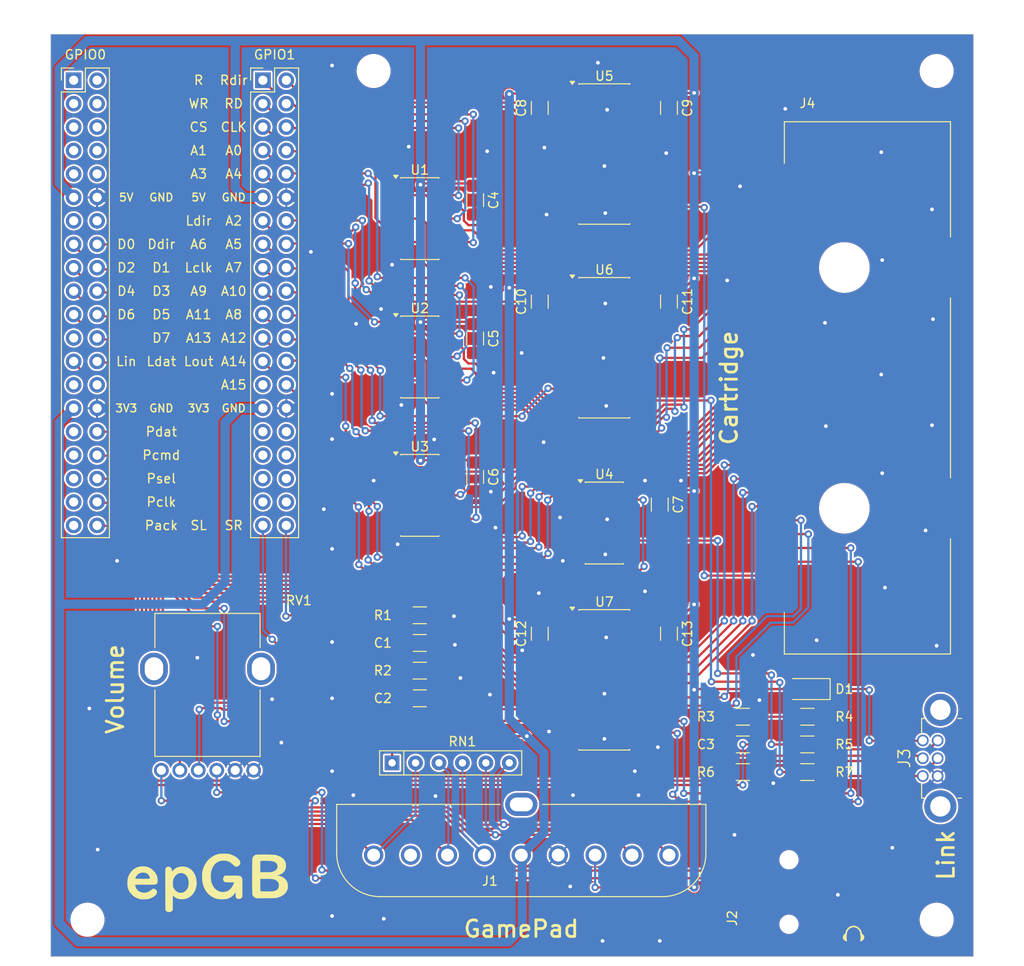
<source format=kicad_pcb>
(kicad_pcb (version 20241229) (generator "pcbnew") (generator_version "9.0")
  (layers (0 "F.Cu" signal) (2 "B.Cu" signal) (13 "F.Paste" user) (15 "B.Paste" user) (5 "F.SilkS" user "F.Silkscreen") (7 "B.SilkS" user "B.Silkscreen") (1 "F.Mask" user) (3 "B.Mask" user) (25 "Edge.Cuts" user))
  (net 0 "")
  (net 1 "GND")
  (net 2 "Net-(C1-Pad1)")
  (net 3 "Net-(C2-Pad1)")
  (net 4 "LinkInL")
  (net 5 "+5V")
  (net 6 "PadACK")
  (net 7 "PadCLK")
  (net 8 "PadSEL")
  (net 9 "PadCMD")
  (net 10 "PadDAT")
  (net 11 "A13L")
  (net 12 "A9L")
  (net 13 "A5L")
  (net 14 "A1L")
  (net 15 "WRL")
  (net 16 "A12L")
  (net 17 "A8L")
  (net 18 "A4L")
  (net 19 "A0L")
  (net 20 "CLKL")
  (net 21 "LinkOutL")
  (net 22 "LinkData")
  (net 23 "LinkCLKL")
  (net 24 "LinkDIR")
  (net 25 "ResL")
  (net 26 "ResDIR")
  (net 27 "D6L")
  (net 28 "D4L")
  (net 29 "D2L")
  (net 30 "D0L")
  (net 31 "A15L")
  (net 32 "A11L")
  (net 33 "A7L")
  (net 34 "A3L")
  (net 35 "CSL")
  (net 36 "AudioR")
  (net 37 "AudioL")
  (net 38 "D7L")
  (net 39 "D5L")
  (net 40 "D3L")
  (net 41 "D1L")
  (net 42 "DataDIR")
  (net 43 "A14L")
  (net 44 "A10L")
  (net 45 "A6L")
  (net 46 "A2L")
  (net 47 "RDL")
  (net 48 "ResH")
  (net 49 "D7H")
  (net 50 "D6H")
  (net 51 "D5H")
  (net 52 "D4H")
  (net 53 "D3H")
  (net 54 "D2H")
  (net 55 "D1H")
  (net 56 "D0H")
  (net 57 "A15H")
  (net 58 "A14H")
  (net 59 "A13H")
  (net 60 "A12H")
  (net 61 "A11H")
  (net 62 "A10H")
  (net 63 "A9H")
  (net 64 "A8H")
  (net 65 "A7H")
  (net 66 "A6H")
  (net 67 "A5H")
  (net 68 "A4H")
  (net 69 "A3H")
  (net 70 "A2H")
  (net 71 "A1H")
  (net 72 "A0H")
  (net 73 "CSH")
  (net 74 "RDH")
  (net 75 "WRH")
  (net 76 "CLKH")
  (net 77 "LinkOutH")
  (net 78 "LinkCLKH")
  (net 79 "Net-(J3-SI)")
  (net 80 "+3.3V")
  (net 81 "Net-(D1-K)")
  (net 85 "/AudioLout")
  (net 86 "/AudioRout")
  (net 114 "Net-(J3-CLK)")
  (net 115 "Net-(J3-SO)")
  (net 116 "Net-(J3-SD)")
  (footprint "Capacitor_SMD:C_1206_3216Metric_Pad1.33x1.80mm_HandSolder" (layer "F.Cu") (at 140 116 180)
    (property "Reference" "C1")
    (property "Value" "100p")
  )
  (footprint "Capacitor_SMD:C_1206_3216Metric_Pad1.33x1.80mm_HandSolder" (layer "F.Cu") (at 140 122 180)
    (property "Reference" "C2")
    (property "Value" "100p")
  )
  (footprint "Capacitor_SMD:C_1206_3216Metric_Pad1.33x1.80mm_HandSolder" (layer "F.Cu") (at 175 127)
    (property "Reference" "C3")
    (property "Value" "30p")
  )
  (footprint "Capacitor_SMD:C_1206_3216Metric_Pad1.33x1.80mm_HandSolder" (layer "F.Cu") (at 146 98 -90)
    (property "Reference" "C6")
    (property "Value" "0.1u")
  )
  (footprint "Capacitor_SMD:C_1206_3216Metric_Pad1.33x1.80mm_HandSolder" (layer "F.Cu") (at 153 115 -90)
    (property "Reference" "C12")
    (property "Value" "0.1u")
  )
  (footprint "Capacitor_SMD:C_1206_3216Metric_Pad1.33x1.80mm_HandSolder" (layer "F.Cu") (at 146 68 -90)
    (property "Reference" "C4")
    (property "Value" "0.1u")
  )
  (footprint "Capacitor_SMD:C_1206_3216Metric_Pad1.33x1.80mm_HandSolder" (layer "F.Cu") (at 153 79 -90)
    (property "Reference" "C10")
    (property "Value" "0.1u")
  )
  (footprint "Capacitor_SMD:C_1206_3216Metric_Pad1.33x1.80mm_HandSolder" (layer "F.Cu") (at 167 115 -90)
    (property "Reference" "C13")
    (property "Value" "0.1u")
  )
  (footprint "Capacitor_SMD:C_1206_3216Metric_Pad1.33x1.80mm_HandSolder" (layer "F.Cu") (at 167 79 -90)
    (property "Reference" "C11")
    (property "Value" "0.1u")
  )
  (footprint "Capacitor_SMD:C_1206_3216Metric_Pad1.33x1.80mm_HandSolder" (layer "F.Cu") (at 146 83 -90)
    (property "Reference" "C5")
    (property "Value" "0.1u")
  )
  (footprint "Capacitor_SMD:C_1206_3216Metric_Pad1.33x1.80mm_HandSolder" (layer "F.Cu") (at 166 101 -90)
    (property "Reference" "C7")
    (property "Value" "0.1u")
  )
  (footprint "Capacitor_SMD:C_1206_3216Metric_Pad1.33x1.80mm_HandSolder" (layer "F.Cu") (at 153 58 -90)
    (property "Reference" "C8")
    (property "Value" "0.1u")
  )
  (footprint "Capacitor_SMD:C_1206_3216Metric_Pad1.33x1.80mm_HandSolder" (layer "F.Cu") (at 167 58 -90)
    (property "Reference" "C9")
    (property "Value" "0.1u")
  )
  (footprint "Diode_SMD:D_1206_3216Metric_Pad1.42x1.75mm_HandSolder" (layer "F.Cu") (at 182 121 180)
    (property "Reference" "D1")
    (property "Value" "D")
  )
  (footprint "_epGB_de0cv:PinSocket_2x20_P2.54mm_Vertical_Back" (layer "F.Cu") (at 103.5 55)
    (property "Reference" "GPIO0")
    (property "Value" "DE0-CV_GPIO")
  )
  (footprint "_epGB_de0cv:PinSocket_2x20_P2.54mm_Vertical_Back" (layer "F.Cu") (at 124 55)
    (property "Reference" "GPIO1")
    (property "Value" "DE0-CV_GPIO")
  )
  (footprint "_epGB_de0cv:DUALSHOCK_Port" (layer "F.Cu") (at 167 139 180)
    (property "Reference" "J1")
    (property "Value" "DUALSHOCK")
  )
  (footprint "SJ-3523-SMT-TR:CUI_SJ-3523-SMT-TR" (layer "F.Cu") (at 180 143 90)
    (property "Reference" "J2")
    (property "Value" "SJ-3523-SMT-TR")
  )
  (footprint "_epGB_de0cv:Game_Boy_Link_Port" (layer "F.Cu") (at 194.5 128.5 90)
    (property "Reference" "J3")
    (property "Value" "LinkPort" (hide yes))
  )
  (footprint "_epGB_de0cv:Game_Boy_Card_Edge_Connector" (layer "F.Cu") (at 178.5 65 -90)
    (property "Reference" "J4")
    (property "Value" "Cartridge")
  )
  (footprint "Resistor_SMD:R_1206_3216Metric_Pad1.30x1.75mm_HandSolder" (layer "F.Cu") (at 140 113 180)
    (property "Reference" "R1")
    (property "Value" "22k")
  )
  (footprint "Resistor_SMD:R_1206_3216Metric_Pad1.30x1.75mm_HandSolder" (layer "F.Cu") (at 140 119 180)
    (property "Reference" "R2")
    (property "Value" "22k")
  )
  (footprint "Resistor_SMD:R_1206_3216Metric_Pad1.30x1.75mm_HandSolder" (layer "F.Cu") (at 175 124)
    (property "Reference" "R3")
    (property "Value" "2k")
  )
  (footprint "Resistor_SMD:R_1206_3216Metric_Pad1.30x1.75mm_HandSolder" (layer "F.Cu") (at 182 124)
    (property "Reference" "R4")
    (property "Value" "3.3k")
  )
  (footprint "Resistor_SMD:R_1206_3216Metric_Pad1.30x1.75mm_HandSolder" (layer "F.Cu") (at 182 127 180)
    (property "Reference" "R5")
    (property "Value" "220")
  )
  (footprint "Resistor_SMD:R_1206_3216Metric_Pad1.30x1.75mm_HandSolder" (layer "F.Cu") (at 175 130 180)
    (property "Reference" "R6")
    (property "Value" "220")
  )
  (footprint "Resistor_SMD:R_1206_3216Metric_Pad1.30x1.75mm_HandSolder" (layer "F.Cu") (at 182 130 180)
    (property "Reference" "R7")
    (property "Value" "220")
  )
  (footprint "Resistor_THT:R_Array_SIP6" (layer "F.Cu") (at 137 129)
    (property "Reference" "RN1")
    (property "Value" "420")
  )
  (footprint "_epGB_de0cv:Potentiometer_Bourns_PTV112" (layer "F.Cu") (at 112 129.8)
    (property "Reference" "RV1")
    (property "Value" "10k")
  )
  (footprint "Package_SO:SOIC-14_3.9x8.7mm_P1.27mm" (layer "F.Cu") (at 140 70)
    (property "Reference" "U1")
    (property "Value" "74HCT04")
  )
  (footprint "Package_SO:SOIC-14_3.9x8.7mm_P1.27mm" (layer "F.Cu") (at 140 85)
    (property "Reference" "U2")
    (property "Value" "74HCT04")
  )
  (footprint "Package_SO:SOIC-14_3.9x8.7mm_P1.27mm" (layer "F.Cu") (at 140 100)
    (property "Reference" "U3")
    (property "Value" "74HCT04")
  )
  (footprint "Package_SO:SOIC-14_3.9x8.7mm_P1.27mm" (layer "F.Cu") (at 160 103)
    (property "Reference" "U4")
    (property "Value" "74HCT04")
  )
  (footprint "Package_SO:SO-24_5.3x15mm_P1.27mm" (layer "F.Cu") (at 160 120)
    (property "Reference" "U7")
    (property "Value" "74LVCC3245")
  )
  (footprint "Package_SO:SO-24_5.3x15mm_P1.27mm" (layer "F.Cu") (at 160 63)
    (property "Reference" "U5")
    (property "Value" "74LVCC3245")
  )
  (footprint "Package_SO:SO-24_5.3x15mm_P1.27mm" (layer "F.Cu") (at 160 84)
    (property "Reference" "U6")
    (property "Value" "74LVCC3245")
  )
  (footprint "_epGB_de0cv:epGB" (layer "F.Cu") (at 117 142)
    (property "Reference" "G***" (hide yes))
    (property "Value" "LOGO" (hide yes))
  )
  (footprint "_epGB_de0cv:headphone" (layer "F.Cu") (at 187 147.5)
    (property "Reference" "G***" (hide yes))
    (property "Value" "LOGO" (hide yes))
  )
  (footprint "MountingHole:MountingHole_3.2mm_M3" (layer "F.Cu") (at 196 54)
    (property "Reference" "REF**" (hide yes))
    (property "Value" "MountingHole_3.2mm_M3")
  )
  (footprint "MountingHole:MountingHole_3.2mm_M3" (layer "F.Cu") (at 135 54)
    (property "Reference" "REF**" (hide yes))
    (property "Value" "MountingHole_3.2mm_M3")
  )
  (footprint "MountingHole:MountingHole_3.2mm_M3" (layer "F.Cu") (at 104 146)
    (property "Reference" "REF**" (hide yes))
    (property "Value" "MountingHole_3.2mm_M3")
  )
  (footprint "MountingHole:MountingHole_3.2mm_M3" (layer "F.Cu") (at 196 146)
    (property "Reference" "REF**" (hide yes))
    (property "Value" "MountingHole_3.2mm_M3")
  )
  (gr_line (start 100 50) (end 100 150) (stroke (width 0.05)) (layer "Edge.Cuts"))
  (gr_line (start 200 50) (end 100 50) (stroke (width 0.05)) (layer "Edge.Cuts"))
  (gr_line (start 100 150) (end 200 150) (stroke (width 0.05)) (layer "Edge.Cuts"))
  (gr_line (start 200 50) (end 200 150) (stroke (width 0.05)) (layer "Edge.Cuts"))
  (gr_text "Cartridge" (at 173.5 88.35 90) (layer "F.SilkS") (effects (font (size 1.8 1.8) (thickness 0.3))))
  (gr_text "Volume" (at 107 121 90) (layer "F.SilkS") (effects (font (size 1.8 1.8) (thickness 0.3))))
  (gr_text "GamePad" (at 151 147 0) (layer "F.SilkS") (effects (font (size 1.8 1.8) (thickness 0.3))))
  (gr_text "D1" (at 112 75.32 0) (layer "F.SilkS") (effects (font (size 1 1))))
  (gr_text "D2" (at 108.2 75.32 0) (layer "F.SilkS") (effects (font (size 1 1))))
  (gr_text "D3" (at 112 77.86 0) (layer "F.SilkS") (effects (font (size 1 1))))
  (gr_text "D4" (at 108.2 77.86 0) (layer "F.SilkS") (effects (font (size 1 1))))
  (gr_text "D5" (at 112 80.4 0) (layer "F.SilkS") (effects (font (size 1 1))))
  (gr_text "D6" (at 108.2 80.4 0) (layer "F.SilkS") (effects (font (size 1 1))))
  (gr_text "D7" (at 112 82.94 0) (layer "F.SilkS") (effects (font (size 1 1))))
  (gr_text "Ddir" (at 112 72.78 0) (layer "F.SilkS") (effects (font (size 1 1))))
  (gr_text "Lin" (at 108.2 85.48 0) (layer "F.SilkS") (effects (font (size 1 1))))
  (gr_text "Ldat" (at 112 85.48 0) (layer "F.SilkS") (effects (font (size 1 1))))
  (gr_text "Pdat" (at 112 93.1 0) (layer "F.SilkS") (effects (font (size 1 1))))
  (gr_text "Pcmd" (at 112 95.64 0) (layer "F.SilkS") (effects (font (size 1 1))))
  (gr_text "Psel" (at 112 98.18 0) (layer "F.SilkS") (effects (font (size 1 1))))
  (gr_text "Pclk" (at 112 100.72 0) (layer "F.SilkS") (effects (font (size 1 1))))
  (gr_text "Pack" (at 112 103.26 0) (layer "F.SilkS") (effects (font (size 1 1))))
  (gr_text "Rdir" (at 119.84 55 0) (layer "F.SilkS") (effects (font (size 1 1))))
  (gr_text "R" (at 116.04 55 0) (layer "F.SilkS") (effects (font (size 1 1))))
  (gr_text "WR" (at 116.04 57.54 0) (layer "F.SilkS") (effects (font (size 1 1))))
  (gr_text "RD" (at 119.84 57.54 0) (layer "F.SilkS") (effects (font (size 1 1))))
  (gr_text "CLK" (at 119.84 60.08 0) (layer "F.SilkS") (effects (font (size 1 1))))
  (gr_text "CS" (at 116.04 60.08 0) (layer "F.SilkS") (effects (font (size 1 1))))
  (gr_text "A1" (at 116.04 62.62 0) (layer "F.SilkS") (effects (font (size 1 1))))
  (gr_text "A0" (at 119.84 62.62 0) (layer "F.SilkS") (effects (font (size 1 1))))
  (gr_text "A4" (at 119.84 65.16 0) (layer "F.SilkS") (effects (font (size 1 1))))
  (gr_text "A3" (at 116.04 65.16 0) (layer "F.SilkS") (effects (font (size 1 1))))
  (gr_text "A2" (at 119.84 70.24 0) (layer "F.SilkS") (effects (font (size 1 1))))
  (gr_text "Ldir" (at 116.04 70.24 0) (layer "F.SilkS") (effects (font (size 1 1))))
  (gr_text "A5" (at 119.84 72.78 0) (layer "F.SilkS") (effects (font (size 1 1))))
  (gr_text "A6" (at 116.04 72.78 0) (layer "F.SilkS") (effects (font (size 1 1))))
  (gr_text "A7" (at 119.84 75.32 0) (layer "F.SilkS") (effects (font (size 1 1))))
  (gr_text "Lclk" (at 116.04 75.32 0) (layer "F.SilkS") (effects (font (size 1 1))))
  (gr_text "A10" (at 119.84 77.86 0) (layer "F.SilkS") (effects (font (size 1 1))))
  (gr_text "A9" (at 116.04 77.86 0) (layer "F.SilkS") (effects (font (size 1 1))))
  (gr_text "A11" (at 116.04 80.4 0) (layer "F.SilkS") (effects (font (size 1 1))))
  (gr_text "A8" (at 119.84 80.4 0) (layer "F.SilkS") (effects (font (size 1 1))))
  (gr_text "A12" (at 119.84 82.94 0) (layer "F.SilkS") (effects (font (size 1 1))))
  (gr_text "A13" (at 116.04 82.94 0) (layer "F.SilkS") (effects (font (size 1 1))))
  (gr_text "A14" (at 119.84 85.48 0) (layer "F.SilkS") (effects (font (size 1 1))))
  (gr_text "Lout" (at 116.04 85.48 0) (layer "F.SilkS") (effects (font (size 1 1))))
  (gr_text "A15" (at 119.84 88.02 0) (layer "F.SilkS") (effects (font (size 1 1))))
  (gr_text "SL" (at 116.04 103.26 0) (layer "F.SilkS") (effects (font (size 1 1))))
  (gr_text "SR" (at 119.84 103.26 0) (layer "F.SilkS") (effects (font (size 1 1))))
  (gr_text "5V" (at 108.2 67.7 0) (layer "F.SilkS") (effects (font (size 0.85 0.85))))
  (gr_text "GND" (at 112 67.7 0) (layer "F.SilkS") (effects (font (size 0.85 0.85))))
  (gr_text "5V" (at 116.04 67.7 0) (layer "F.SilkS") (effects (font (size 0.85 0.85))))
  (gr_text "GND" (at 119.84 67.7 0) (layer "F.SilkS") (effects (font (size 0.85 0.85))))
  (gr_text "3V3" (at 116.04 90.56 0) (layer "F.SilkS") (effects (font (size 0.85 0.85))))
  (gr_text "GND" (at 119.84 90.56 0) (layer "F.SilkS") (effects (font (size 0.85 0.85))))
  (gr_text "GND" (at 112 90.56 0) (layer "F.SilkS") (effects (font (size 0.85 0.85))))
  (gr_text "3V3" (at 108.2 90.56 0) (layer "F.SilkS") (effects (font (size 0.85 0.85))))
  (gr_text "Link" (at 197 139 90) (layer "F.SilkS") (effects (font (size 1.8 1.8) (thickness 0.3))))
  (gr_text "D0" (at 108.2 72.78 0) (layer "F.SilkS") (effects (font (size 1 1))))
  (segment (start 146 99.5625) (end 146 99.745) (width 0.25) (layer "F.Cu") (net 1))
  (segment (start 130.4 129.8) (end 130.5 129.9) (width 0.25) (layer "F.Cu") (net 1))
  (segment (start 130.6 116) (end 130.5 115.9) (width 0.25) (layer "F.Cu") (net 1))
  (segment (start 125.54 67.7) (end 128 67.7) (width 1) (layer "F.Cu") (net 1))
  (segment (start 183.675 147.6) (end 183.675 148.075) (width 0.25) (layer "F.Cu") (net 1))
  (segment (start 105.04 90.56) (end 107.16 90.56) (width 1) (layer "F.Cu") (net 1))
  (segment (start 153 116.5625) (end 153.36251 116.19999) (width 0.25) (layer "F.Cu") (net 1))
  (segment (start 130.69 88.81) (end 130.5 89) (width 0.25) (layer "F.Cu") (net 1))
  (segment (start 183.675 148.075) (end 183.900001 148.300001) (width 0.25) (layer "F.Cu") (net 1))
  (segment (start 105.04 67.7) (end 107 67.7) (width 1) (layer "F.Cu") (net 1))
  (via (at 138.8 62.2) (size 0.8) (drill 0.4) (layers "F.Cu" "B.Cu") (net 1))
  (via (at 143.8 116.2) (size 0.8) (drill 0.4) (layers "F.Cu" "B.Cu") (net 1))
  (via (at 168.3 98.4) (size 0.8) (drill 0.4) (layers "F.Cu" "B.Cu") (net 1))
  (via (at 133.1 81.4) (size 0.8) (drill 0.4) (layers "F.Cu" "B.Cu") (net 1))
  (via (at 160 126.4) (size 0.8) (drill 0.4) (layers "F.Cu" "B.Cu") (net 1))
  (via (at 173.3 76.7) (size 0.8) (drill 0.4) (layers "F.Cu" "B.Cu") (net 1))
  (via (at 130.5 145.6) (size 0.8) (drill 0.4) (layers "F.Cu" "B.Cu") (net 1))
  (via (at 165.8 127.3) (size 0.8) (drill 0.4) (layers "F.Cu" "B.Cu") (net 1))
  (via (at 148 86.7) (size 0.8) (drill 0.4) (layers "F.Cu" "B.Cu") (net 1))
  (via (at 124 122.1) (size 0.8) (drill 0.4) (layers "F.Cu" "B.Cu") (net 1))
  (via (at 135 98.4) (size 0.8) (drill 0.4) (layers "F.Cu" "B.Cu") (net 1))
  (via (at 184 92.5) (size 0.8) (drill 0.4) (layers "F.Cu" "B.Cu") (net 1))
  (via (at 147.7 99.6) (size 0.8) (drill 0.4) (layers "F.Cu" "B.Cu") (net 1))
  (via (at 190 86.9) (size 0.8) (drill 0.4) (layers "F.Cu" "B.Cu") (net 1))
  (via (at 130.5 53.4) (size 0.8) (drill 0.4) (layers "F.Cu" "B.Cu") (net 1))
  (via (at 164.4 98.4) (size 0.8) (drill 0.4) (layers "F.Cu" "B.Cu") (net 1))
  (via (at 129.6 101.5) (size 0.8) (drill 0.4) (layers "F.Cu" "B.Cu") (net 1))
  (via (at 160 121.5) (size 0.8) (drill 0.4) (layers "F.Cu" "B.Cu") (net 1))
  (via (at 137 75) (size 0.8) (drill 0.4) (layers "F.Cu" "B.Cu") (net 1))
  (via (at 176.1 117.3) (size 0.8) (drill 0.4) (layers "F.Cu" "B.Cu") (net 1))
  (via (at 141.7 132.6) (size 0.8) (drill 0.4) (layers "F.Cu" "B.Cu") (net 1))
  (via (at 104.2 123.1) (size 0.8) (drill 0.4) (layers "F.Cu" "B.Cu") (net 1))
  (via (at 128.2 73.6) (size 0.8) (drill 0.4) (layers "F.Cu" "B.Cu") (net 1))
  (via (at 115.9 117.6) (size 0.8) (drill 0.4) (layers "F.Cu" "B.Cu") (net 1))
  (via (at 195.6 80.9) (size 0.8) (drill 0.4) (layers "F.Cu" "B.Cu") (net 1))
  (via (at 143.7 113.1) (size 0.8) (drill 0.4) (layers "F.Cu" "B.Cu") (net 1))
  (via (at 179.6 58.1) (size 0.8) (drill 0.4) (layers "F.Cu" "B.Cu") (net 1))
  (via (at 163.3 129.9) (size 0.8) (drill 0.4) (layers "F.Cu" "B.Cu") (net 1))
  (via (at 183.9 81.3) (size 0.8) (drill 0.4) (layers "F.Cu" "B.Cu") (net 1))
  (via (at 107.2 107.1) (size 0.8) (drill 0.4) (layers "F.Cu" "B.Cu") (net 1))
  (via (at 190.1 97.6) (size 0.8) (drill 0.4) (layers "F.Cu" "B.Cu") (net 1))
  (via (at 105.1 138.4) (size 0.8) (drill 0.4) (layers "F.Cu" "B.Cu") (net 1))
  (via (at 141.56 93.94) (size 0.8) (drill 0.4) (layers "F.Cu" "B.Cu") (net 1))
  (via (at 165.999999 148.300001) (size 0.8) (drill 0.4) (layers "F.Cu" "B.Cu") (net 1))
  (via (at 155.2 102.4) (size 0.8) (drill 0.4) (layers "F.Cu" "B.Cu") (net 1))
  (via (at 153.5 62.3) (size 0.8) (drill 0.4) (layers "F.Cu" "B.Cu") (net 1))
  (via (at 190.1 74.5) (size 0.8) (drill 0.4) (layers "F.Cu" "B.Cu") (net 1))
  (via (at 156.3 142.4) (size 0.8) (drill 0.4) (layers "F.Cu" "B.Cu") (net 1))
  (via (at 176.8 122.2) (size 0.8) (drill 0.4) (layers "F.Cu" "B.Cu") (net 1))
  (via (at 159.800001 148.300001) (size 0.8) (drill 0.4) (layers "F.Cu" "B.Cu") (net 1))
  (via (at 160.2 115.4) (size 0.8) (drill 0.4) (layers "F.Cu" "B.Cu") (net 1))
  (via (at 135.8 79.8) (size 0.8) (drill 0.4) (layers "F.Cu" "B.Cu") (net 1))
  (via (at 151.0375 84.5625) (size 0.8) (drill 0.4) (layers "F.Cu" "B.Cu") (net 1))
  (via (at 130.5 105.8) (size 0.8) (drill 0.4) (layers "F.Cu" "B.Cu") (net 1))
  (via (at 190 62.8) (size 0.8) (drill 0.4) (layers "F.Cu" "B.Cu") (net 1))
  (via (at 178.3 131.2) (size 0.8) (drill 0.4) (layers "F.Cu" "B.Cu") (net 1))
  (via (at 191.2 138.2) (size 0.8) (drill 0.4) (layers "F.Cu" "B.Cu") (net 1))
  (via (at 160 64.3) (size 0.8) (drill 0.4) (layers "F.Cu" "B.Cu") (net 1))
  (via (at 190.4 110) (size 0.8) (drill 0.4) (layers "F.Cu" "B.Cu") (net 1))
  (via (at 130.5 89) (size 0.8) (drill 0.4) (layers "F.Cu" "B.Cu") (net 1))
  (via (at 174.1 136.8) (size 0.8) (drill 0.4) (layers "F.Cu" "B.Cu") (net 1))
  (via (at 136.1 145.9) (size 0.8) (drill 0.4) (layers "F.Cu" "B.Cu") (net 1))
  (via (at 148.2 103.5) (size 0.8) (drill 0.4) (layers "F.Cu" "B.Cu") (net 1))
  (via (at 194.8 103.8) (size 0.8) (drill 0.4) (layers "F.Cu" "B.Cu") (net 1))
  (via (at 130.5 122) (size 0.8) (drill 0.4) (layers "F.Cu" "B.Cu") (net 1))
  (via (at 147.7 77.4) (size 0.8) (drill 0.4) (layers "F.Cu" "B.Cu") (net 1))
  (via (at 153.42 94.24) (size 0.8) (drill 0.4) (layers "F.Cu" "B.Cu") (net 1))
  (via (at 160.3 102.6) (size 0.8) (drill 0.4) (layers "F.Cu" "B.Cu") (net 1))
  (via (at 132.8 132.5) (size 0.8) (drill 0.4) (layers "F.Cu" "B.Cu") (net 1))
  (via (at 166.7 62.9) (size 0.8) (drill 0.4) (layers "F.Cu" "B.Cu") (net 1))
  (via (at 147.6 121.6) (size 0.8) (drill 0.4) (layers "F.Cu" "B.Cu") (net 1))
  (via (at 195.5 69) (size 0.8) (drill 0.4) (layers "F.Cu" "B.Cu") (net 1))
  (via (at 196 116.3) (size 0.8) (drill 0.4) (layers "F.Cu" "B.Cu") (net 1))
  (via (at 152.9 110.6) (size 0.8) (drill 0.4) (layers "F.Cu" "B.Cu") (net 1))
  (via (at 151.1 116.8) (size 0.8) (drill 0.4) (layers "F.Cu" "B.Cu") (net 1))
  (via (at 130.5 115.9) (size 0.8) (drill 0.4) (layers "F.Cu" "B.Cu") (net 1))
  (via (at 159.9 85.1) (size 0.8) (drill 0.4) (layers "F.Cu" "B.Cu") (net 1))
  (via (at 144.4 119.8) (size 0.8) (drill 0.4) (layers "F.Cu" "B.Cu") (net 1))
  (via (at 174.7 66.5) (size 0.8) (drill 0.4) (layers "F.Cu" "B.Cu") (net 1))
  (via (at 153.7375 69.5625) (size 0.8) (drill 0.4) (layers "F.Cu" "B.Cu") (net 1))
  (via (at 137.6 105.3) (size 0.8) (drill 0.4) (layers "F.Cu" "B.Cu") (net 1))
  (via (at 156.6 132.5) (size 0.8) (drill 0.4) (layers "F.Cu" "B.Cu") (net 1))
  (via (at 160.1 79.2) (size 0.8) (drill 0.4) (layers "F.Cu" "B.Cu") (net 1))
  (via (at 160.3 58.2) (size 0.8) (drill 0.4) (layers "F.Cu" "B.Cu") (net 1))
  (via (at 130.5 93.9) (size 0.8) (drill 0.4) (layers "F.Cu" "B.Cu") (net 1))
  (via (at 138 90.2) (size 0.8) (drill 0.4) (layers "F.Cu" "B.Cu") (net 1))
  (via (at 154 125.6) (size 0.8) (drill 0.4) (layers "F.Cu" "B.Cu") (net 1))
  (via (at 163.7 132.5) (size 0.8) (drill 0.4) (layers "F.Cu" "B.Cu") (net 1))
  (via (at 185.3 143.3) (size 0.8) (drill 0.4) (layers "F.Cu" "B.Cu") (net 1))
  (via (at 160.2 90.3) (size 0.8) (drill 0.4) (layers "F.Cu" "B.Cu") (net 1))
  (via (at 160.1 69.4) (size 0.8) (drill 0.4) (layers "F.Cu" "B.Cu") (net 1))
  (via (at 159.3 53.1) (size 0.8) (drill 0.4) (layers "F.Cu" "B.Cu") (net 1))
  (via (at 130.5 129.9) (size 0.8) (drill 0.4) (layers "F.Cu" "B.Cu") (net 1))
  (via (at 155.5 107.1) (size 0.8) (drill 0.4) (layers "F.Cu" "B.Cu") (net 1))
  (via (at 160.1 106.4) (size 0.8) (drill 0.4) (layers "F.Cu" "B.Cu") (net 1))
  (via (at 147.3 62.7) (size 0.8) (drill 0.4) (layers "F.Cu" "B.Cu") (net 1))
  (via (at 164.4 110.4) (size 0.8) (drill 0.4) (layers "F.Cu" "B.Cu") (net 1))
  (via (at 125 126.8) (size 0.8) (drill 0.4) (layers "F.Cu" "B.Cu") (net 1))
  (via (at 195.5 92.4) (size 0.8) (drill 0.4) (layers "F.Cu" "B.Cu") (net 1))
  (via (at 183 115.7) (size 0.8) (drill 0.4) (layers "F.Cu" "B.Cu") (net 1))
  (segment (start 155 148.3) (end 155.000001 148.300001) (width 1) (layer "B.Cu") (net 1))
  (segment (start 125.54 67.7) (end 127.9 67.7) (width 1) (layer "B.Cu") (net 1))
  (segment (start 105.04 90.56) (end 107.06 90.56) (width 1) (layer "B.Cu") (net 1))
  (segment (start 105.04 67.7) (end 107.1 67.7) (width 1) (layer "B.Cu") (net 1))
  (segment (start 125.54 90.56) (end 127.74 90.56) (width 1) (layer "B.Cu") (net 1))
  (segment (start 124.230943 120.20001) (end 121.955954 122.474999) (width 0.25) (layer "F.Cu") (net 2))
  (segment (start 141.5625 116) (end 141.5625 113.0375) (width 0.25) (layer "F.Cu") (net 2))
  (segment (start 140.57499 118.7132) (end 140.57499 117.12501) (width 0.25) (layer "F.Cu") (net 2))
  (segment (start 121.955954 122.474999) (end 114.551999 122.474999) (width 0.25) (layer "F.Cu") (net 2))
  (segment (start 139.08818 120.20001) (end 124.230943 120.20001) (width 0.25) (layer "F.Cu") (net 2))
  (segment (start 114.551999 122.474999) (end 114 123.026998) (width 0.25) (layer "F.Cu") (net 2))
  (segment (start 140.57499 118.7132) (end 139.08818 120.20001) (width 0.25) (layer "F.Cu") (net 2))
  (segment (start 140.57499 117.12501) (end 141.5 116.2) (width 0.25) (layer "F.Cu") (net 2))
  (segment (start 114 129.8) (end 114 123.026998) (width 0.25) (layer "F.Cu") (net 2))
  (segment (start 141.5625 122) (end 141.5625 122.4375) (width 0.25) (layer "F.Cu") (net 3))
  (segment (start 118.467891 123.067891) (end 116.232109 123.067891) (width 0.25) (layer "F.Cu") (net 3))
  (segment (start 118.62501 123.22501) (end 118.467891 123.067891) (width 0.25) (layer "F.Cu") (net 3))
  (segment (start 141.5625 122) (end 140.33749 123.22501) (width 0.25) (layer "F.Cu") (net 3))
  (segment (start 116.232109 123.067891) (end 116.1 123.2) (width 0.25) (layer "F.Cu") (net 3))
  (segment (start 141.55 119) (end 141.55 121.95) (width 0.25) (layer "F.Cu") (net 3))
  (segment (start 140.33749 123.22501) (end 118.62501 123.22501) (width 0.25) (layer "F.Cu") (net 3))
  (via (at 116.1 123.2) (size 0.8) (drill 0.4) (layers "F.Cu" "B.Cu") (net 3))
  (segment (start 116.1 123.2) (end 116.1 129.8) (width 0.25) (layer "B.Cu") (net 3))
  (segment (start 110.918591 86.655001) (end 103.555001 86.655001) (width 0.25) (layer "F.Cu") (net 4))
  (segment (start 108.92498 129.026392) (end 108.92498 117.607657) (width 0.25) (layer "F.Cu") (net 4))
  (segment (start 176.5625 127) (end 175 127) (width 0.25) (layer "F.Cu") (net 4))
  (segment (start 111.69996 114.832677) (end 111.69996 87.43637) (width 0.25) (layer "F.Cu") (net 4))
  (segment (start 111.69996 87.43637) (end 110.918591 86.655001) (width 0.25) (layer "F.Cu") (net 4))
  (segment (start 111.298588 131.4) (end 108.92498 129.026392) (width 0.25) (layer "F.Cu") (net 4))
  (segment (start 175 131.4) (end 111.298588 131.4) (width 0.25) (layer "F.Cu") (net 4))
  (segment (start 176.55 124) (end 180.3 124) (width 0.25) (layer "F.Cu") (net 4))
  (segment (start 103.555001 86.655001) (end 102.6 85.7) (width 0.25) (layer "F.Cu") (net 4))
  (segment (start 176.55 124) (end 176.55 126.95) (width 0.25) (layer "F.Cu") (net 4))
  (segment (start 108.92498 117.607657) (end 111.69996 114.832677) (width 0.25) (layer "F.Cu") (net 4))
  (via (at 175 127) (size 0.8) (drill 0.4) (layers "F.Cu" "B.Cu") (net 4))
  (via (at 175 131.4) (size 0.8) (drill 0.4) (layers "F.Cu" "B.Cu") (net 4))
  (segment (start 175 127) (end 175 131.4) (width 0.25) (layer "B.Cu") (net 4))
  (segment (start 169.6375 99.4375) (end 169.72501 99.52501) (width 0.25) (layer "F.Cu") (net 5))
  (segment (start 166.915 56.015) (end 166.9 56) (width 0.25) (layer "F.Cu") (net 5))
  (segment (start 142.475 81.19) (end 145.89 81.19) (width 0.25) (layer "F.Cu") (net 5))
  (segment (start 142.475 66.19) (end 140.21 66.19) (width 0.25) (layer "F.Cu") (net 5))
  (segment (start 163.4625 113.015) (end 166.815 113.015) (width 0.25) (layer "F.Cu") (net 5))
  (segment (start 168.11252 113.4375) (end 169.72501 111.82501) (width 0.25) (layer "F.Cu") (net 5))
  (segment (start 142.475 96.19) (end 145.79 96.19) (width 0.25) (layer "F.Cu") (net 5))
  (segment (start 163.4625 77.015) (end 166.915 77.015) (width 0.25) (layer "F.Cu") (net 5))
  (segment (start 180.5125 121) (end 169.8 121) (width 0.25) (layer "F.Cu") (net 5))
  (segment (start 168.7625 77.4375) (end 169.72501 76.47499) (width 0.25) (layer "F.Cu") (net 5))
  (segment (start 142.475 66.19) (end 145.79 66.19) (width 0.25) (layer "F.Cu") (net 5))
  (segment (start 165.99 99.19) (end 166 99.2) (width 0.25) (layer "F.Cu") (net 5))
  (segment (start 142.475 81.19) (end 140.11 81.19) (width 0.25) (layer "F.Cu") (net 5))
  (segment (start 169.8 65) (end 169.72501 65.07499) (width 0.25) (layer "F.Cu") (net 5))
  (segment (start 159 142.5) (end 169.7 142.5) (width 0.25) (layer "F.Cu") (net 5))
  (segment (start 163.4625 56.015) (end 166.515 56.015) (width 0.25) (layer "F.Cu") (net 5))
  (segment (start 178.5 65) (end 169.8 65) (width 0.25) (layer "F.Cu") (net 5))
  (segment (start 166.87499 56.37499) (end 169.72501 56.37499) (width 0.25) (layer "F.Cu") (net 5))
  (segment (start 169.7 142.5) (end 169.72501 142.47499) (width 0.25) (layer "F.Cu") (net 5))
  (segment (start 140.11 96.19) (end 140.07499 96.22501) (width 0.25) (layer "F.Cu") (net 5))
  (segment (start 140.21 66.19) (end 140.07499 66.32501) (width 0.25) (layer "F.Cu") (net 5))
  (segment (start 140.11 81.19) (end 140.07499 81.22501) (width 0.25) (layer "F.Cu") (net 5))
  (segment (start 166.515 56.015) (end 166.87499 56.37499) (width 0.25) (layer "F.Cu") (net 5))
  (segment (start 167 113.4375) (end 168.11252 113.4375) (width 0.25) (layer "F.Cu") (net 5))
  (segment (start 162.475 99.19) (end 165.99 99.19) (width 0.25) (layer "F.Cu") (net 5))
  (segment (start 142.475 96.19) (end 140.11 96.19) (width 0.25) (layer "F.Cu") (net 5))
  (segment (start 166.815 113.015) (end 167 113.2) (width 0.25) (layer "F.Cu") (net 5))
  (segment (start 166 99.4375) (end 169.6375 99.4375) (width 0.25) (layer "F.Cu") (net 5))
  (segment (start 167 77.4375) (end 168.7625 77.4375) (width 0.25) (layer "F.Cu") (net 5))
  (segment (start 169.8 121) (end 169.72501 121.07499) (width 0.25) (layer "F.Cu") (net 5))
  (via (at 140.07499 96.22501) (size 0.8) (drill 0.4) (layers "F.Cu" "B.Cu") (net 5))
  (via (at 169.72501 142.47499) (size 0.8) (drill 0.4) (layers "F.Cu" "B.Cu") (net 5))
  (via (at 169.72501 65.07499) (size 0.8) (drill 0.4) (layers "F.Cu" "B.Cu") (net 5))
  (via (at 169.72501 76.47499) (size 0.8) (drill 0.4) (layers "F.Cu" "B.Cu") (net 5))
  (via (at 169.72501 111.82501) (size 0.8) (drill 0.4) (layers "F.Cu" "B.Cu") (net 5))
  (via (at 159 142.5) (size 0.8) (drill 0.4) (layers "F.Cu" "B.Cu") (net 5))
  (via (at 169.72501 99.52501) (size 0.8) (drill 0.4) (layers "F.Cu" "B.Cu") (net 5))
  (via (at 169.72501 121.07499) (size 0.8) (drill 0.4) (layers "F.Cu" "B.Cu") (net 5))
  (via (at 140.07499 66.32501) (size 0.8) (drill 0.4) (layers "F.Cu" "B.Cu") (net 5))
  (via (at 169.72501 56.37499) (size 0.8) (drill 0.4) (layers "F.Cu" "B.Cu") (net 5))
  (via (at 140.07499 81.22501) (size 0.8) (drill 0.4) (layers "F.Cu" "B.Cu") (net 5))
  (segment (start 122.37499 50.72501) (end 140.07499 50.72501) (width 1) (layer "B.Cu") (net 5))
  (segment (start 119.82501 50.72501) (end 122.37499 50.72501) (width 1) (layer "B.Cu") (net 5))
  (segment (start 123 67.7) (end 121 67.7) (width 1) (layer "B.Cu") (net 5))
  (segment (start 103.97499 50.72501) (end 119.82501 50.72501) (width 1) (layer "B.Cu") (net 5))
  (segment (start 169.72501 65.07499) (end 169.72501 76.47499) (width 1) (layer "B.Cu") (net 5))
  (segment (start 169.72501 121.07499) (end 169.72501 142.47499) (width 1) (layer "B.Cu") (net 5))
  (segment (start 169.72501 113.62501) (end 169.72501 120.3) (width 1) (layer "B.Cu") (net 5))
  (segment (start 159 139) (end 159 142.5) (width 0.25) (layer "B.Cu") (net 5))
  (segment (start 121 67.7) (end 120 66.7) (width 1) (layer "B.Cu") (net 5))
  (segment (start 169.72501 111.82501) (end 169.72501 113.62501) (width 1) (layer "B.Cu") (net 5))
  (segment (start 100.949999 53.750001) (end 103.97499 50.72501) (width 1) (layer "B.Cu") (net 5))
  (segment (start 169.72501 56.37499) (end 169.72501 65.07499) (width 1) (layer "B.Cu") (net 5))
  (segment (start 140.07499 66.32501) (end 140.07499 81.22501) (width 1) (layer "B.Cu") (net 5))
  (segment (start 169.72501 77.42501) (end 169.72501 99.52501) (width 1) (layer "B.Cu") (net 5))
  (segment (start 169.72501 54.27499) (end 169.72501 55.12501) (width 1) (layer "B.Cu") (net 5))
  (segment (start 168.02501 50.72501) (end 169.72501 52.42501) (width 1) (layer "B.Cu") (net 5))
  (segment (start 120 66.7) (end 120 50.9) (width 1) (layer "B.Cu") (net 5))
  (segment (start 169.72501 120.3) (end 169.72501 121.07499) (width 1) (layer "B.Cu") (net 5))
  (segment (start 169.72501 76.47499) (end 169.72501 77.42501) (width 1) (layer "B.Cu") (net 5))
  (segment (start 169.72501 52.42501) (end 169.72501 54.27499) (width 1) (layer "B.Cu") (net 5))
  (segment (start 140.07499 50.72501) (end 168.02501 50.72501) (width 1) (layer "B.Cu") (net 5))
  (segment (start 100.949999 66.149999) (end 100.949999 53.750001) (width 1) (layer "B.Cu") (net 5))
  (segment (start 140.07499 50.72501) (end 140.07499 66.32501) (width 1) (layer "B.Cu") (net 5))
  (segment (start 169.72501 99.52501) (end 169.72501 111.82501) (width 1) (layer "B.Cu") (net 5))
  (segment (start 140.07499 81.22501) (end 140.07499 96.22501) (width 1) (layer "B.Cu") (net 5))
  (segment (start 102.5 67.7) (end 100.949999 66.149999) (width 1) (layer "B.Cu") (net 5))
  (segment (start 169.72501 55.12501) (end 169.72501 56.37499) (width 1) (layer "B.Cu") (net 5))
  (segment (start 120 50.9) (end 119.82501 50.72501) (width 1) (layer "B.Cu") (net 5))
  (segment (start 109.44991 104.34991) (end 108.4 103.3) (width 0.25) (layer "F.Cu") (net 6))
  (segment (start 110.906395 135.625035) (end 106.674934 131.393568) (width 0.25) (layer "F.Cu") (net 6))
  (segment (start 106.674934 131.393568) (end 106.674935 116.675652) (width 0.25) (layer "F.Cu") (net 6))
  (segment (start 131.625038 135.625038) (end 110.906398 135.625038) (width 0.25) (layer "F.Cu") (net 6))
  (segment (start 109.44991 113.900677) (end 109.44991 104.34991) (width 0.25) (layer "F.Cu") (net 6))
  (segment (start 110.906398 135.625038) (end 110.906395 135.625035) (width 0.25) (layer "F.Cu") (net 6))
  (segment (start 135 139) (end 131.625038 135.625038) (width 0.25) (layer "F.Cu") (net 6))
  (segment (start 108.4 103.3) (end 105.1 103.3) (width 0.25) (layer "F.Cu") (net 6))
  (segment (start 106.674935 116.675652) (end 109.44991 113.900677) (width 0.25) (layer "F.Cu") (net 6))
  (segment (start 139.54 129) (end 139.54 134.56) (width 0.25) (layer "B.Cu") (net 6))
  (segment (start 139.54 134.56) (end 135 139.1) (width 0.25) (layer "B.Cu") (net 6))
  (segment (start 107.124943 131.207169) (end 107.124944 116.862053) (width 0.25) (layer "F.Cu") (net 7))
  (segment (start 111.092796 135.175027) (end 107.124943 131.207169) (width 0.25) (layer "F.Cu") (net 7))
  (segment (start 139.175029 135.175029) (end 136.175029 135.175029) (width 0.25) (layer "F.Cu") (net 7))
  (segment (start 109.89992 114.087077) (end 109.89992 102.09992) (width 0.25) (layer "F.Cu") (net 7))
  (segment (start 107.124944 116.862053) (end 109.89992 114.087077) (width 0.25) (layer "F.Cu") (net 7))
  (segment (start 109.89992 102.09992) (end 108.6 100.8) (width 0.25) (layer "F.Cu") (net 7))
  (segment (start 136.175029 135.175029) (end 111.092796 135.175027) (width 0.25) (layer "F.Cu") (net 7))
  (segment (start 143 139) (end 139.175029 135.175029) (width 0.25) (layer "F.Cu") (net 7))
  (segment (start 108.6 100.8) (end 105.1 100.8) (width 0.25) (layer "F.Cu") (net 7))
  (segment (start 143.1 130.02) (end 143.1 139) (width 0.25) (layer "B.Cu") (net 7))
  (segment (start 142.08 129) (end 143.1 130.02) (width 0.25) (layer "B.Cu") (net 7))
  (segment (start 110.34993 99.34993) (end 109.2 98.2) (width 0.25) (layer "F.Cu") (net 8))
  (segment (start 147 139) (end 142.725018 134.725018) (width 0.25) (layer "F.Cu") (net 8))
  (segment (start 107.574953 117.048454) (end 110.34993 114.273477) (width 0.25) (layer "F.Cu") (net 8))
  (segment (start 142.725018 134.725018) (end 111.279197 134.725019) (width 0.25) (layer "F.Cu") (net 8))
  (segment (start 107.574952 131.02077) (end 107.574953 117.048454) (width 0.25) (layer "F.Cu") (net 8))
  (segment (start 109.2 98.2) (end 105.2 98.2) (width 0.25) (layer "F.Cu") (net 8))
  (segment (start 110.34993 114.273477) (end 110.34993 99.4) (width 0.25) (layer "F.Cu") (net 8))
  (segment (start 111.279197 134.725019) (end 107.574952 131.02077) (width 0.25) (layer "F.Cu") (net 8))
  (segment (start 144.62 129) (end 144.62 136.62) (width 0.25) (layer "B.Cu") (net 8))
  (segment (start 144.62 136.62) (end 147 139) (width 0.25) (layer "B.Cu") (net 8))
  (segment (start 110.79994 114.459877) (end 110.79994 96.59994) (width 0.25) (layer "F.Cu") (net 9))
  (segment (start 148.2 136.8) (end 145.436408 136.8) (width 0.25) (layer "F.Cu") (net 9))
  (segment (start 163 139) (end 160.8 136.8) (width 0.25) (layer "F.Cu") (net 9))
  (segment (start 108.024961 130.834371) (end 108.024962 117.234855) (width 0.25) (layer "F.Cu") (net 9))
  (segment (start 160.8 136.8) (end 148.2 136.8) (width 0.25) (layer "F.Cu") (net 9))
  (segment (start 111.465598 134.27501) (end 108.024961 130.834371) (width 0.25) (layer "F.Cu") (net 9))
  (segment (start 142.911417 134.275009) (end 140.399999 134.27501) (width 0.25) (layer "F.Cu") (net 9))
  (segment (start 145.436408 136.8) (end 142.911417 134.275009) (width 0.25) (layer "F.Cu") (net 9))
  (segment (start 140.399999 134.27501) (end 111.465598 134.27501) (width 0.25) (layer "F.Cu") (net 9))
  (segment (start 108.024962 117.234855) (end 110.79994 114.459877) (width 0.25) (layer "F.Cu") (net 9))
  (segment (start 110.79994 96.59994) (end 109.9 95.7) (width 0.25) (layer "F.Cu") (net 9))
  (segment (start 109.9 95.7) (end 105.1 95.7) (width 0.25) (layer "F.Cu") (net 9))
  (via (at 148.2 136.8) (size 0.8) (drill 0.4) (layers "F.Cu" "B.Cu") (net 9))
  (segment (start 147.16 135.76) (end 148.2 136.8) (width 0.25) (layer "B.Cu") (net 9))
  (segment (start 147.16 129) (end 147.16 135.76) (width 0.25) (layer "B.Cu") (net 9))
  (segment (start 110.5 93.1) (end 105.2 93.1) (width 0.25) (layer "F.Cu") (net 10))
  (segment (start 167 139) (end 163.7 135.7) (width 0.25) (layer "F.Cu") (net 10))
  (segment (start 163.7 135.7) (end 149.1 135.7) (width 0.25) (layer "F.Cu") (net 10))
  (segment (start 143.097819 133.825001) (end 111.651999 133.825001) (width 0.25) (layer "F.Cu") (net 10))
  (segment (start 111.24995 93.84995) (end 110.5 93.1) (width 0.25) (layer "F.Cu") (net 10))
  (segment (start 144.972818 135.7) (end 143.097819 133.825001) (width 0.25) (layer "F.Cu") (net 10))
  (segment (start 108.47497 130.647972) (end 108.474971 117.421256) (width 0.25) (layer "F.Cu") (net 10))
  (segment (start 111.24995 114.646277) (end 111.24995 93.84995) (width 0.25) (layer "F.Cu") (net 10))
  (segment (start 108.474971 117.421256) (end 111.24995 114.646277) (width 0.25) (layer "F.Cu") (net 10))
  (segment (start 111.651999 133.825001) (end 108.47497 130.647972) (width 0.25) (layer "F.Cu") (net 10))
  (segment (start 149.1 135.7) (end 144.972818 135.7) (width 0.25) (layer "F.Cu") (net 10))
  (via (at 149.1 135.7) (size 0.8) (drill 0.4) (layers "F.Cu" "B.Cu") (net 10))
  (segment (start 148.474999 135.074999) (end 149.1 135.7) (width 0.25) (layer "B.Cu") (net 10))
  (segment (start 148.474999 130.225001) (end 148.474999 135.074999) (width 0.25) (layer "B.Cu") (net 10))
  (segment (start 149.7 129) (end 148.474999 130.225001) (width 0.25) (layer "B.Cu") (net 10))
  (segment (start 128.674919 93.394919) (end 128.674919 85.374919) (width 0.25) (layer "F.Cu") (net 11))
  (segment (start 127.415001 84.115001) (end 124.215001 84.115001) (width 0.25) (layer "F.Cu") (net 11))
  (segment (start 136.55 101.27) (end 128.674919 93.394919) (width 0.25) (layer "F.Cu") (net 11))
  (segment (start 137.525 101.27) (end 136.55 101.27) (width 0.25) (layer "F.Cu") (net 11))
  (segment (start 128.674919 85.374919) (end 127.415001 84.115001) (width 0.25) (layer "F.Cu") (net 11))
  (segment (start 124.215001 84.115001) (end 123.2 83.1) (width 0.25) (layer "F.Cu") (net 11))
  (segment (start 130.474959 79.674959) (end 129.835001 79.035001) (width 0.25) (layer "F.Cu") (net 12))
  (segment (start 124.335001 79.035001) (end 123.3 78) (width 0.25) (layer "F.Cu") (net 12))
  (segment (start 129.835001 79.035001) (end 124.335001 79.035001) (width 0.25) (layer "F.Cu") (net 12))
  (segment (start 144.5 100) (end 144.6 99.9) (width 0.25) (layer "F.Cu") (net 12))
  (segment (start 130.474959 83.270876) (end 130.474959 79.674959) (width 0.25) (layer "F.Cu") (net 12))
  (segment (start 142.3 93) (end 134.1 93) (width 0.25) (layer "F.Cu") (net 12))
  (segment (start 142.475 100) (end 144.5 100) (width 0.25) (layer "F.Cu") (net 12))
  (segment (start 145.3 93) (end 142.3 93) (width 0.25) (layer "F.Cu") (net 12))
  (segment (start 133.61528 86.411197) (end 130.474959 83.270876) (width 0.25) (layer "F.Cu") (net 12))
  (via (at 134.1 93) (size 0.8) (drill 0.4) (layers "F.Cu" "B.Cu") (net 12))
  (via (at 144.4 99.9) (size 0.8) (drill 0.4) (layers "F.Cu" "B.Cu") (net 12))
  (via (at 133.61528 86.411197) (size 0.8) (drill 0.4) (layers "F.Cu" "B.Cu") (net 12))
  (via (at 145.3 93) (size 0.8) (drill 0.4) (layers "F.Cu" "B.Cu") (net 12))
  (segment (start 133.700001 92.600001) (end 133.700001 86.495918) (width 0.25) (layer "B.Cu") (net 12))
  (segment (start 134.1 93) (end 133.700001 92.600001) (width 0.25) (layer "B.Cu") (net 12))
  (segment (start 145.3 99.2) (end 145.3 93) (width 0.25) (layer "B.Cu") (net 12))
  (segment (start 133.700001 86.495918) (end 133.61528 86.411197) (width 0.25) (layer "B.Cu") (net 12))
  (segment (start 144.6 99.9) (end 145.3 99.2) (width 0.25) (layer "B.Cu") (net 12))
  (segment (start 132.275 72.7) (end 125.7 72.7) (width 0.25) (layer "F.Cu") (net 13))
  (segment (start 135.11 81.19) (end 135.1 81.2) (width 0.25) (layer "F.Cu") (net 13))
  (segment (start 137.525 81.19) (end 135.11 81.19) (width 0.25) (layer "F.Cu") (net 13))
  (via (at 135.1 81.2) (size 0.8) (drill 0.4) (layers "F.Cu" "B.Cu") (net 13))
  (via (at 132.275 72.7) (size 0.8) (drill 0.4) (layers "F.Cu" "B.Cu") (net 13))
  (segment (start 132.275 78.375) (end 132.275 72.7) (width 0.25) (layer "B.Cu") (net 13))
  (segment (start 135.1 81.2) (end 132.275 78.375) (width 0.25) (layer "B.Cu") (net 13))
  (segment (start 135.2 64.7) (end 134.295001 63.795001) (width 0.25) (layer "F.Cu") (net 14))
  (segment (start 124.295001 63.795001) (end 123.6 63.1) (width 0.25) (layer "F.Cu") (net 14))
  (segment (start 134.295001 63.795001) (end 124.295001 63.795001) (width 0.25) (layer "F.Cu") (net 14))
  (segment (start 137.525 71.27) (end 136.55 71.27) (width 0.25) (layer "F.Cu") (net 14))
  (segment (start 136.55 71.27) (end 135.2 69.92) (width 0.25) (layer "F.Cu") (net 14))
  (segment (start 135.2 69.92) (end 135.2 64.7) (width 0.25) (layer "F.Cu") (net 14))
  (segment (start 125.914003 58.715001) (end 124.315001 58.715001) (width 0.25) (layer "F.Cu") (net 15))
  (segment (start 144.9 59.425) (end 126.624002 59.425) (width 0.25) (layer "F.Cu") (net 15))
  (segment (start 142.475 70) (end 144.04999 70) (width 0.25) (layer "F.Cu") (net 15))
  (segment (start 126.624002 59.425) (end 125.914003 58.715001) (width 0.25) (layer "F.Cu") (net 15))
  (segment (start 124.315001 58.715001) (end 123.5 57.9) (width 0.25) (layer "F.Cu") (net 15))
  (via (at 144.04999 70) (size 0.8) (drill 0.4) (layers "F.Cu" "B.Cu") (net 15))
  (via (at 144.9 59.425) (size 0.8) (drill 0.4) (layers "F.Cu" "B.Cu") (net 15))
  (segment (start 144.925001 59.450001) (end 144.9 59.425) (width 0.25) (layer "B.Cu") (net 15))
  (segment (start 144.04999 70) (end 144.925001 69.124989) (width 0.25) (layer "B.Cu") (net 15))
  (segment (start 144.925001 63.325001) (end 144.925001 59.450001) (width 0.25) (layer "B.Cu") (net 15))
  (segment (start 144.925001 69.124989) (end 144.925001 63.325001) (width 0.25) (layer "B.Cu") (net 15))
  (segment (start 137.525 98.73) (end 136.55 98.73) (width 0.25) (layer "F.Cu") (net 16))
  (segment (start 128.2 83.1) (end 125.6 83.1) (width 0.25) (layer "F.Cu") (net 16))
  (segment (start 129.124929 91.304929) (end 129.124929 84.024929) (width 0.25) (layer "F.Cu") (net 16))
  (segment (start 129.124929 84.024929) (end 128.2 83.1) (width 0.25) (layer "F.Cu") (net 16))
  (segment (start 136.55 98.73) (end 129.124929 91.304929) (width 0.25) (layer "F.Cu") (net 16))
  (segment (start 142.475 97.46) (end 141.965011 96.950011) (width 0.25) (layer "F.Cu") (net 17))
  (segment (start 141.965011 96.950011) (end 139.726989 96.950011) (width 0.25) (layer "F.Cu") (net 17))
  (segment (start 137.875021 93.725001) (end 138.82501 94.67499) (width 0.25) (layer "F.Cu") (net 17))
  (segment (start 129.2 80.5) (end 125.7 80.5) (width 0.25) (layer "F.Cu") (net 17))
  (segment (start 132.409092 86.230315) (end 130.024949 83.846172) (width 0.25) (layer "F.Cu") (net 17))
  (segment (start 133.725001 93.725001) (end 137.875021 93.725001) (width 0.25) (layer "F.Cu") (net 17))
  (segment (start 139.726989 96.950011) (end 138.82501 96.048032) (width 0.25) (layer "F.Cu") (net 17))
  (segment (start 133.1 93.1) (end 133.725001 93.725001) (width 0.25) (layer "F.Cu") (net 17))
  (segment (start 130.024949 83.846172) (end 130.024949 81.324949) (width 0.25) (layer "F.Cu") (net 17))
  (segment (start 130.024949 81.324949) (end 129.2 80.5) (width 0.25) (layer "F.Cu") (net 17))
  (segment (start 138.82501 96.048032) (end 138.82501 94.67499) (width 0.25) (layer "F.Cu") (net 17))
  (via (at 133.1 93.1) (size 0.8) (drill 0.4) (layers "F.Cu" "B.Cu") (net 17))
  (via (at 132.409092 86.230315) (size 0.8) (drill 0.4) (layers "F.Cu" "B.Cu") (net 17))
  (segment (start 133.1 93.1) (end 132.700001 92.700001) (width 0.25) (layer "B.Cu") (net 17))
  (segment (start 132.700001 92.700001) (end 132.700001 86.521224) (width 0.25) (layer "B.Cu") (net 17))
  (segment (start 132.700001 86.521224) (end 132.409092 86.230315) (width 0.25) (layer "B.Cu") (net 17))
  (segment (start 142.475 87.54) (end 145.06 87.54) (width 0.25) (layer "F.Cu") (net 18))
  (segment (start 134.4 65.1) (end 126.2 65.1) (width 0.25) (layer "F.Cu") (net 18))
  (segment (start 135.52502 76.42502) (end 135.4 76.3) (width 0.25) (layer "F.Cu") (net 18))
  (segment (start 145.06 87.54) (end 145.1 87.5) (width 0.25) (layer "F.Cu") (net 18))
  (segment (start 144.9 76.42502) (end 135.52502 76.42502) (width 0.25) (layer "F.Cu") (net 18))
  (via (at 134.4 65.1) (size 0.8) (drill 0.4) (layers "F.Cu" "B.Cu") (net 18))
  (via (at 144.9 76.42502) (size 0.8) (drill 0.4) (layers "F.Cu" "B.Cu") (net 18))
  (via (at 135.4 76.3) (size 0.8) (drill 0.4) (layers "F.Cu" "B.Cu") (net 18))
  (via (at 145.1 87.5) (size 0.8) (drill 0.4) (layers "F.Cu" "B.Cu") (net 18))
  (segment (start 135.4 66.1) (end 134.4 65.1) (width 0.25) (layer "B.Cu") (net 18))
  (segment (start 145.1 87.5) (end 145.825001 86.774999) (width 0.25) (layer "B.Cu") (net 18))
  (segment (start 145.825001 86.774999) (end 145.825001 77.825001) (width 0.25) (layer "B.Cu") (net 18))
  (segment (start 135.4 76.3) (end 135.4 66.1) (width 0.25) (layer "B.Cu") (net 18))
  (segment (start 145.825001 77.825001) (end 145.825001 77.350021) (width 0.25) (layer "B.Cu") (net 18))
  (segment (start 145.825001 77.350021) (end 144.9 76.42502) (width 0.25) (layer "B.Cu") (net 18))
  (segment (start 136.55 68.73) (end 136 68.18) (width 0.25) (layer "F.Cu") (net 19))
  (segment (start 130.52 62.7) (end 126.3 62.7) (width 0.25) (layer "F.Cu") (net 19))
  (segment (start 136 63.7) (end 135 62.7) (width 0.25) (layer "F.Cu") (net 19))
  (segment (start 137.525 68.73) (end 136.55 68.73) (width 0.25) (layer "F.Cu") (net 19))
  (segment (start 135 62.7) (end 130.52 62.7) (width 0.25) (layer "F.Cu") (net 19))
  (segment (start 136 68.18) (end 136 63.7) (width 0.25) (layer "F.Cu") (net 19))
  (segment (start 144.16 67.46) (end 144.2 67.5) (width 0.25) (layer "F.Cu") (net 20))
  (segment (start 144.200001 60.179607) (end 126.320393 60.179607) (width 0.25) (layer "F.Cu") (net 20))
  (segment (start 126.320393 60.179607) (end 126.3 60.2) (width 0.25) (layer "F.Cu") (net 20))
  (segment (start 142.475 67.46) (end 144.16 67.46) (width 0.25) (layer "F.Cu") (net 20))
  (via (at 144.2 67.5) (size 0.8) (drill 0.4) (layers "F.Cu" "B.Cu") (net 20))
  (via (at 144.200001 60.179607) (size 0.8) (drill 0.4) (layers "F.Cu" "B.Cu") (net 20))
  (segment (start 144.2 67.5) (end 144.2 64.1) (width 0.25) (layer "B.Cu") (net 20))
  (segment (start 144.2 64.1) (end 144.2 60.179608) (width 0.25) (layer "B.Cu") (net 20))
  (segment (start 144.2 60.179608) (end 144.200001 60.179607) (width 0.25) (layer "B.Cu") (net 20))
  (segment (start 134.5 101.134315) (end 127.774899 94.409214) (width 0.25) (layer "F.Cu") (net 21))
  (segment (start 127.774899 88.574899) (end 125.855001 86.655001) (width 0.25) (layer "F.Cu") (net 21))
  (segment (start 125.855001 86.655001) (end 124.155001 86.655001) (width 0.25) (layer "F.Cu") (net 21))
  (segment (start 134.5 101.7) (end 134.5 101.134315) (width 0.25) (layer "F.Cu") (net 21))
  (segment (start 127.774899 94.409214) (end 127.774899 94.274899) (width 0.25) (layer "F.Cu") (net 21))
  (segment (start 127.774899 94.274899) (end 127.774899 88.574899) (width 0.25) (layer "F.Cu") (net 21))
  (segment (start 157.003002 104.27) (end 153.848001 107.425001) (width 0.25) (layer "F.Cu") (net 21))
  (segment (start 157.525 104.27) (end 157.003002 104.27) (width 0.25) (layer "F.Cu") (net 21))
  (segment (start 124.155001 86.655001) (end 123.1 85.6) (width 0.25) (layer "F.Cu") (net 21))
  (segment (start 134.825001 107.425001) (end 134.4 107) (width 0.25) (layer "F.Cu") (net 21))
  (segment (start 153.848001 107.425001) (end 134.825001 107.425001) (width 0.25) (layer "F.Cu") (net 21))
  (via (at 134.5 101.7) (size 0.8) (drill 0.4) (layers "F.Cu" "B.Cu") (net 21))
  (via (at 134.4 107) (size 0.8) (drill 0.4) (layers "F.Cu" "B.Cu") (net 21))
  (segment (start 134.4 107) (end 134.4 101.8) (width 0.25) (layer "B.Cu") (net 21))
  (segment (start 134.4 101.8) (end 134.5 101.7) (width 0.25) (layer "B.Cu") (net 21))
  (segment (start 109.37499 117.794057) (end 112.14997 115.019077) (width 0.25) (layer "F.Cu") (net 22))
  (segment (start 109.37499 128.839992) (end 109.37499 117.794057) (width 0.25) (layer "F.Cu") (net 22))
  (segment (start 172.524999 130.925001) (end 111.459999 130.925001) (width 0.25) (layer "F.Cu") (net 22))
  (segment (start 112.14997 87.24997) (end 110.5 85.6) (width 0.25) (layer "F.Cu") (net 22))
  (segment (start 173.45 130) (end 172.524999 130.925001) (width 0.25) (layer "F.Cu") (net 22))
  (segment (start 112.14997 115.019077) (end 112.14997 87.24997) (width 0.25) (layer "F.Cu") (net 22))
  (segment (start 110.5 85.6) (end 105.3 85.6) (width 0.25) (layer "F.Cu") (net 22))
  (segment (start 111.459999 130.925001) (end 109.37499 128.839992) (width 0.25) (layer "F.Cu") (net 22))
  (segment (start 156.5375 88.445) (end 153.945 88.445) (width 0.25) (layer "F.Cu") (net 23))
  (segment (start 135.72502 91.42502) (end 135.7 91.4) (width 0.25) (layer "F.Cu") (net 23))
  (segment (start 151.092938 91.42502) (end 135.72502 91.42502) (width 0.25) (layer "F.Cu") (net 23))
  (segment (start 135.727347 86.472653) (end 131.374979 82.120285) (width 0.25) (layer "F.Cu") (net 23))
  (segment (start 153.945 88.445) (end 153.9 88.4) (width 0.25) (layer "F.Cu") (net 23))
  (segment (start 131.374979 77.374979) (end 130.495001 76.495001) (width 0.25) (layer "F.Cu") (net 23))
  (segment (start 130.495001 76.495001) (end 124.195001 76.495001) (width 0.25) (layer "F.Cu") (net 23))
  (segment (start 131.374979 82.120285) (end 131.374979 77.374979) (width 0.25) (layer "F.Cu") (net 23))
  (segment (start 124.195001 76.495001) (end 123.2 75.5) (width 0.25) (layer "F.Cu") (net 23))
  (via (at 153.9 88.4) (size 0.8) (drill 0.4) (layers "F.Cu" "B.Cu") (net 23))
  (via (at 151.092938 91.42502) (size 0.8) (drill 0.4) (layers "F.Cu" "B.Cu") (net 23))
  (via (at 135.7 91.4) (size 0.8) (drill 0.4) (layers "F.Cu" "B.Cu") (net 23))
  (via (at 135.727347 86.472653) (size 0.8) (drill 0.4) (layers "F.Cu" "B.Cu") (net 23))
  (segment (start 135.7 91.4) (end 135.7 86.5) (width 0.25) (layer "B.Cu") (net 23))
  (segment (start 135.7 86.5) (end 135.727347 86.472653) (width 0.25) (layer "B.Cu") (net 23))
  (segment (start 153.9 88.4) (end 151.092938 91.207062) (width 0.25) (layer "B.Cu") (net 23))
  (segment (start 151.092938 91.207062) (end 151.092938 91.42502) (width 0.25) (layer "B.Cu") (net 23))
  (segment (start 153.307706 79.005484) (end 134.436643 79.005484) (width 0.25) (layer "F.Cu") (net 24))
  (segment (start 156.5375 78.285) (end 154.02819 78.285) (width 0.25) (layer "F.Cu") (net 24))
  (segment (start 134.436643 79.005484) (end 133 77.568841) (width 0.25) (layer "F.Cu") (net 24))
  (segment (start 133.055571 70.925) (end 132.56557 71.415001) (width 0.25) (layer "F.Cu") (net 24))
  (segment (start 133 77.568841) (end 133 77) (width 0.25) (layer "F.Cu") (net 24))
  (segment (start 132.56557 71.415001) (end 124.115001 71.415001) (width 0.25) (layer "F.Cu") (net 24))
  (segment (start 154.02819 78.285) (end 153.307706 79.005484) (width 0.25) (layer "F.Cu") (net 24))
  (segment (start 124.115001 71.415001) (end 123.1 70.4) (width 0.25) (layer "F.Cu") (net 24))
  (via (at 133 77) (size 0.8) (drill 0.4) (layers "F.Cu" "B.Cu") (net 24))
  (via (at 133.055571 70.925) (size 0.8) (drill 0.4) (layers "F.Cu" "B.Cu") (net 24))
  (segment (start 133 77) (end 133 70.980571) (width 0.25) (layer "B.Cu") (net 24))
  (segment (start 133 70.980571) (end 133.055571 70.925) (width 0.25) (layer "B.Cu") (net 24))
  (segment (start 151.1 59.1) (end 149.9 57.9) (width 0.25) (layer "F.Cu") (net 25))
  (segment (start 156.5375 67.445) (end 155.55 67.445) (width 0.25) (layer "F.Cu") (net 25))
  (segment (start 127.8 57.9) (end 126.075001 56.175001) (width 0.25) (layer "F.Cu") (net 25))
  (segment (start 151.1 62.995) (end 151.1 59.1) (width 0.25) (layer "F.Cu") (net 25))
  (segment (start 155.55 67.445) (end 151.1 62.995) (width 0.25) (layer "F.Cu") (net 25))
  (segment (start 149.9 57.9) (end 127.8 57.9) (width 0.25) (layer "F.Cu") (net 25))
  (segment (start 126.075001 56.175001) (end 124.175001 56.175001) (width 0.25) (layer "F.Cu") (net 25))
  (segment (start 124.175001 56.175001) (end 123.1 55.1) (width 0.25) (layer "F.Cu") (net 25))
  (segment (start 156.5375 57.285) (end 156.39749 57.42501) (width 0.25) (layer "F.Cu") (net 26))
  (segment (start 156.39749 57.42501) (end 128.02501 57.42501) (width 0.25) (layer "F.Cu") (net 26))
  (segment (start 128.02501 57.42501) (end 125.8 55.2) (width 0.25) (layer "F.Cu") (net 26))
  (segment (start 113.04999 109.8864) (end 113.04999 82.14999) (width 0.25) (layer "F.Cu") (net 27))
  (segment (start 115.413649 112.250059) (end 113.04999 109.8864) (width 0.25) (layer "F.Cu") (net 27))
  (segment (start 142.26319 123.175) (end 140.93819 124.5) (width 0.25) (layer "F.Cu") (net 27))
  (segment (start 118.8 112.250059) (end 115.413649 112.250059) (width 0.25) (layer "F.Cu") (net 27))
  (segment (start 113.04999 82.14999) (end 112.475001 81.575001) (width 0.25) (layer "F.Cu") (net 27))
  (segment (start 103.575001 81.575001) (end 102.6 80.6) (width 0.25) (layer "F.Cu") (net 27))
  (segment (start 140.93819 124.5) (end 118.8 124.5) (width 0.25) (layer "F.Cu") (net 27))
  (segment (start 156.5375 123.175) (end 142.26319 123.175) (width 0.25) (layer "F.Cu") (net 27))
  (segment (start 112.475001 81.575001) (end 103.575001 81.575001) (width 0.25) (layer "F.Cu") (net 27))
  (via (at 118.8 124.5) (size 0.8) (drill 0.4) (layers "F.Cu" "B.Cu") (net 27))
  (via (at 118.8 112.250059) (size 0.8) (drill 0.4) (layers "F.Cu" "B.Cu") (net 27))
  (segment (start 118.8 124.5) (end 118.8 112.250059) (width 0.25) (layer "B.Cu") (net 27))
  (segment (start 103.635001 79.035001) (end 102.7 78.1) (width 0.25) (layer "F.Cu") (net 28))
  (segment (start 146.050009 112.413599) (end 144.711459 111.075049) (width 0.25) (layer "F.Cu") (net 28))
  (segment (start 115.511459 111.075049) (end 113.95001 109.5136) (width 0.25) (layer "F.Cu") (net 28))
  (segment (start 113.95001 109.5136) (end 113.950009 81.713599) (width 0.25) (layer "F.Cu") (net 28))
  (segment (start 113.950009 81.713599) (end 111.271411 79.035001) (width 0.25) (layer "F.Cu") (net 28))
  (segment (start 156.5375 120.635) (end 151.016358 120.635) (width 0.25) (layer "F.Cu") (net 28))
  (segment (start 144.711459 111.075049) (end 142.1 111.075049) (width 0.25) (layer "F.Cu") (net 28))
  (segment (start 151.016358 120.635) (end 146.05001 115.668652) (width 0.25) (layer "F.Cu") (net 28))
  (segment (start 111.271411 79.035001) (end 103.635001 79.035001) (width 0.25) (layer "F.Cu") (net 28))
  (segment (start 142.1 111.075049) (end 115.511459 111.075049) (width 0.25) (layer "F.Cu") (net 28))
  (segment (start 146.05001 115.668652) (end 146.050009 112.413599) (width 0.25) (layer "F.Cu") (net 28))
  (segment (start 114.850028 108.650028) (end 114.850027 81.340797) (width 0.25) (layer "F.Cu") (net 29))
  (segment (start 110.004231 76.495001) (end 103.595001 76.495001) (width 0.25) (layer "F.Cu") (net 29))
  (segment (start 149.749178 118.095) (end 146.950028 115.29585) (width 0.25) (layer "F.Cu") (net 29))
  (segment (start 146.950027 112.040797) (end 145.05922 110.14999) (width 0.25) (layer "F.Cu") (net 29))
  (segment (start 103.595001 76.495001) (end 102.7 75.6) (width 0.25) (layer "F.Cu") (net 29))
  (segment (start 145.05922 110.14999) (end 142.3 110.14999) (width 0.25) (layer "F.Cu") (net 29))
  (segment (start 146.950028 115.29585) (end 146.950027 112.040797) (width 0.25) (layer "F.Cu") (net 29))
  (segment (start 116.34999 110.14999) (end 114.850028 108.650028) (width 0.25) (layer "F.Cu") (net 29))
  (segment (start 142.3 110.14999) (end 116.34999 110.14999) (width 0.25) (layer "F.Cu") (net 29))
  (segment (start 156.5375 118.095) (end 149.749178 118.095) (width 0.25) (layer "F.Cu") (net 29))
  (segment (start 114.850027 81.340797) (end 110.004231 76.495001) (width 0.25) (layer "F.Cu") (net 29))
  (segment (start 145.43202 109.24997) (end 142.3 109.24997) (width 0.25) (layer "F.Cu") (net 30))
  (segment (start 108.737051 73.955001) (end 103.555001 73.955001) (width 0.25) (layer "F.Cu") (net 30))
  (segment (start 115.750045 80.967995) (end 108.737051 73.955001) (width 0.25) (layer "F.Cu") (net 30))
  (segment (start 148.481998 114.181998) (end 149.87499 115.57499) (width 0.25) (layer "F.Cu") (net 30))
  (segment (start 115.750046 107.550046) (end 115.750045 80.967995) (width 0.25) (layer "F.Cu") (net 30))
  (segment (start 103.555001 73.955001) (end 102.5 72.9) (width 0.25) (layer "F.Cu") (net 30))
  (segment (start 149.87499 115.57499) (end 156.57499 115.57499) (width 0.25) (layer "F.Cu") (net 30))
  (segment (start 142.3 109.24997) (end 117.44997 109.24997) (width 0.25) (layer "F.Cu") (net 30))
  (segment (start 148.481998 112.299948) (end 145.43202 109.24997) (width 0.25) (layer "F.Cu") (net 30))
  (segment (start 148.481998 112.299948) (end 148.481998 114.181998) (width 0.25) (layer "F.Cu") (net 30))
  (segment (start 117.44997 109.24997) (end 115.750046 107.550046) (width 0.25) (layer "F.Cu") (net 30))
  (segment (start 164.16 100.46) (end 164.2 100.5) (width 0.25) (layer "F.Cu") (net 31))
  (segment (start 164.3 107.7) (end 163.900001 108.099999) (width 0.25) (layer "F.Cu") (net 31))
  (segment (start 127.324889 95.223197) (end 127.324889 89.724889) (width 0.25) (layer "F.Cu") (net 31))
  (segment (start 163.900001 108.099999) (end 133.999999 108.099999) (width 0.25) (layer "F.Cu") (net 31))
  (segment (start 127.324889 89.724889) (end 125.8 88.2) (width 0.25) (layer "F.Cu") (net 31))
  (segment (start 133.999999 108.099999) (end 133.4 107.5) (width 0.25) (layer "F.Cu") (net 31))
  (segment (start 162.475 100.46) (end 164.16 100.46) (width 0.25) (layer "F.Cu") (net 31))
  (segment (start 133.350846 101.249154) (end 127.324889 95.223197) (width 0.25) (layer "F.Cu") (net 31))
  (via (at 133.350846 101.249154) (size 0.8) (drill 0.4) (layers "F.Cu" "B.Cu") (net 31))
  (via (at 133.4 107.5) (size 0.8) (drill 0.4) (layers "F.Cu" "B.Cu") (net 31))
  (via (at 164.3 107.7) (size 0.8) (drill 0.4) (layers "F.Cu" "B.Cu") (net 31))
  (via (at 164.2 100.5) (size 0.8) (drill 0.4) (layers "F.Cu" "B.Cu") (net 31))
  (segment (start 164.2 107.6) (end 164.3 107.7) (width 0.25) (layer "B.Cu") (net 31))
  (segment (start 133.4 101.298308) (end 133.350846 101.249154) (width 0.25) (layer "B.Cu") (net 31))
  (segment (start 133.4 107.5) (end 133.4 101.298308) (width 0.25) (layer "B.Cu") (net 31))
  (segment (start 164.2 100.5) (end 164.2 107.6) (width 0.25) (layer "B.Cu") (net 31))
  (segment (start 137.525 96.19) (end 135.116998 96.19) (width 0.25) (layer "F.Cu") (net 32))
  (segment (start 129.574939 82.474939) (end 128.675001 81.575001) (width 0.25) (layer "F.Cu") (net 32))
  (segment (start 131.975001 87.202611) (end 131.224387 87.202611) (width 0.25) (layer "F.Cu") (net 32))
  (segment (start 135.116998 96.19) (end 131.975001 93.048003) (width 0.25) (layer "F.Cu") (net 32))
  (segment (start 129.574939 85.553163) (end 129.574939 82.474939) (width 0.25) (layer "F.Cu") (net 32))
  (segment (start 124.175001 81.575001) (end 123.2 80.6) (width 0.25) (layer "F.Cu") (net 32))
  (segment (start 131.224387 87.202611) (end 129.574939 85.553163) (width 0.25) (layer "F.Cu") (net 32))
  (segment (start 128.675001 81.575001) (end 124.175001 81.575001) (width 0.25) (layer "F.Cu") (net 32))
  (segment (start 131.975001 93.048003) (end 131.975001 92.5) (width 0.25) (layer "F.Cu") (net 32))
  (via (at 131.975001 87.202611) (size 0.8) (drill 0.4) (layers "F.Cu" "B.Cu") (net 32))
  (via (at 131.975001 92.5) (size 0.8) (drill 0.4) (layers "F.Cu" "B.Cu") (net 32))
  (segment (start 131.975001 92.5) (end 131.975001 87.202611) (width 0.25) (layer "B.Cu") (net 32))
  (segment (start 131.824989 76.024989) (end 131.2 75.4) (width 0.25) (layer "F.Cu") (net 33))
  (segment (start 137.525 86.27) (end 136.55 86.27) (width 0.25) (layer "F.Cu") (net 33))
  (segment (start 131.2 75.4) (end 125.8 75.4) (width 0.25) (layer "F.Cu") (net 33))
  (segment (start 136.55 86.27) (end 131.824989 81.544989) (width 0.25) (layer "F.Cu") (net 33))
  (segment (start 131.824989 81.544989) (end 131.824989 76.024989) (width 0.25) (layer "F.Cu") (net 33))
  (segment (start 134.42344 66.148745) (end 134.237184 66.335001) (width 0.25) (layer "F.Cu") (net 34))
  (segment (start 144.390186 77.285307) (end 135.043664 77.285307) (width 0.25) (layer "F.Cu") (net 34))
  (segment (start 142.475 85) (end 143.966311 85) (width 0.25) (layer "F.Cu") (net 34))
  (segment (start 124.335001 66.335001) (end 123.4 65.4) (width 0.25) (layer "F.Cu") (net 34))
  (segment (start 135.043664 77.285307) (end 134.505571 76.747214) (width 0.25) (layer "F.Cu") (net 34))
  (segment (start 143.966311 85) (end 144.04999 84.916321) (width 0.25) (layer "F.Cu") (net 34))
  (segment (start 134.237184 66.335001) (end 124.335001 66.335001) (width 0.25) (layer "F.Cu") (net 34))
  (via (at 144.390186 77.285307) (size 0.8) (drill 0.4) (layers "F.Cu" "B.Cu") (net 34))
  (via (at 144.04999 84.916321) (size 0.8) (drill 0.4) (layers "F.Cu" "B.Cu") (net 34))
  (via (at 134.42344 66.148745) (size 0.8) (drill 0.4) (layers "F.Cu" "B.Cu") (net 34))
  (via (at 134.505571 76.747214) (size 0.8) (drill 0.4) (layers "F.Cu" "B.Cu") (net 34))
  (segment (start 145.025001 78.674999) (end 145.025001 77.920122) (width 0.25) (layer "B.Cu") (net 34))
  (segment (start 134.505571 66.230876) (end 134.42344 66.148745) (width 0.25) (layer "B.Cu") (net 34))
  (segment (start 144.04999 84.916321) (end 145.025001 83.94131) (width 0.25) (layer "B.Cu") (net 34))
  (segment (start 134.505571 76.747214) (end 134.505571 66.230876) (width 0.25) (layer "B.Cu") (net 34))
  (segment (start 145.025001 83.94131) (end 145.025001 78.674999) (width 0.25) (layer "B.Cu") (net 34))
  (segment (start 145.025001 77.920122) (end 144.390186 77.285307) (width 0.25) (layer "B.Cu") (net 34))
  (segment (start 137.525 62.125) (end 136.655001 61.255001) (width 0.25) (layer "F.Cu") (net 35))
  (segment (start 124.355001 61.255001) (end 123.6 60.5) (width 0.25) (layer "F.Cu") (net 35))
  (segment (start 136.655001 61.255001) (end 124.355001 61.255001) (width 0.25) (layer "F.Cu") (net 35))
  (segment (start 137.525 66.19) (end 137.525 62.125) (width 0.25) (layer "F.Cu") (net 35))
  (segment (start 138.45 113) (end 125.6 113) (width 0.25) (layer "F.Cu") (net 36))
  (segment (start 125.6 113) (end 125.5 113.1) (width 0.25) (layer "F.Cu") (net 36))
  (via (at 125.5 113.1) (size 0.8) (drill 0.4) (layers "F.Cu" "B.Cu") (net 36))
  (segment (start 125.5 113.1) (end 125.5 103.4) (width 0.25) (layer "B.Cu") (net 36))
  (segment (start 127.4 119) (end 124 115.6) (width 0.25) (layer "F.Cu") (net 37))
  (segment (start 138.45 119) (end 127.4 119) (width 0.25) (layer "F.Cu") (net 37))
  (via (at 124 115.6) (size 0.8) (drill 0.4) (layers "F.Cu" "B.Cu") (net 37))
  (segment (start 123 114.6) (end 123 103.3) (width 0.25) (layer "B.Cu") (net 37))
  (segment (start 124 115.6) (end 123 114.6) (width 0.25) (layer "B.Cu") (net 37))
  (segment (start 156.5375 124.445) (end 141.6296 124.445) (width 0.25) (layer "F.Cu") (net 38))
  (segment (start 118.451999 125.225001) (end 118.075 124.848002) (width 0.25) (layer "F.Cu") (net 38))
  (segment (start 112.59998 110.0728) (end 112.59998 83.99998) (width 0.25) (layer "F.Cu") (net 38))
  (segment (start 118.075 124.848002) (end 118.075 123.792892) (width 0.25) (layer "F.Cu") (net 38))
  (segment (start 141.6296 124.445) (end 140.849599 125.225001) (width 0.25) (layer "F.Cu") (net 38))
  (segment (start 111.7 83.1) (end 105.1 83.1) (width 0.25) (layer "F.Cu") (net 38))
  (segment (start 118.075 114.2) (end 116.72718 114.2) (width 0.25) (layer "F.Cu") (net 38))
  (segment (start 140.849599 125.225001) (end 118.451999 125.225001) (width 0.25) (layer "F.Cu") (net 38))
  (segment (start 112.59998 83.99998) (end 111.7 83.1) (width 0.25) (layer "F.Cu") (net 38))
  (segment (start 116.72718 114.2) (end 112.59998 110.0728) (width 0.25) (layer "F.Cu") (net 38))
  (via (at 118.075 114.2) (size 0.8) (drill 0.4) (layers "F.Cu" "B.Cu") (net 38))
  (via (at 118.075 123.792892) (size 0.8) (drill 0.4) (layers "F.Cu" "B.Cu") (net 38))
  (segment (start 118.075 123.792892) (end 118.075 114.2) (width 0.25) (layer "B.Cu") (net 38))
  (segment (start 142.1 111.525059) (end 115.325059 111.525059) (width 0.25) (layer "F.Cu") (net 39))
  (segment (start 115.325059 111.525059) (end 113.5 109.7) (width 0.25) (layer "F.Cu") (net 39))
  (segment (start 113.5 81.9) (end 112.2 80.6) (width 0.25) (layer "F.Cu") (net 39))
  (segment (start 113.5 109.7) (end 113.5 81.9) (width 0.25) (layer "F.Cu") (net 39))
  (segment (start 151.649948 121.905) (end 145.6 115.855052) (width 0.25) (layer "F.Cu") (net 39))
  (segment (start 145.6 115.855052) (end 145.6 112.6) (width 0.25) (layer "F.Cu") (net 39))
  (segment (start 156.5375 121.905) (end 151.649948 121.905) (width 0.25) (layer "F.Cu") (net 39))
  (segment (start 144.525059 111.525059) (end 142.1 111.525059) (width 0.25) (layer "F.Cu") (net 39))
  (segment (start 112.2 80.6) (end 105.3 80.6) (width 0.25) (layer "F.Cu") (net 39))
  (segment (start 145.6 112.6) (end 144.525059 111.525059) (width 0.25) (layer "F.Cu") (net 39))
  (segment (start 150.382768 119.365) (end 146.500018 115.48225) (width 0.25) (layer "F.Cu") (net 40))
  (segment (start 146.500018 112.227198) (end 144.87282 110.6) (width 0.25) (layer "F.Cu") (net 40))
  (segment (start 110.87282 78) (end 105.1 78) (width 0.25) (layer "F.Cu") (net 40))
  (segment (start 146.500018 115.48225) (end 146.500018 112.227198) (width 0.25) (layer "F.Cu") (net 40))
  (segment (start 114.400018 109.000018) (end 114.400018 81.527198) (width 0.25) (layer "F.Cu") (net 40))
  (segment (start 114.400018 81.527198) (end 110.87282 78) (width 0.25) (layer "F.Cu") (net 40))
  (segment (start 144.87282 110.6) (end 142.2 110.6) (width 0.25) (layer "F.Cu") (net 40))
  (segment (start 116 110.6) (end 114.400018 109.000018) (width 0.25) (layer "F.Cu") (net 40))
  (segment (start 156.5375 119.365) (end 150.382768 119.365) (width 0.25) (layer "F.Cu") (net 40))
  (segment (start 142.2 110.6) (end 116 110.6) (width 0.25) (layer "F.Cu") (net 40))
  (segment (start 147.400036 111.854396) (end 145.24562 109.69998) (width 0.25) (layer "F.Cu") (net 41))
  (segment (start 109.64564 75.5) (end 104.9 75.5) (width 0.25) (layer "F.Cu") (net 41))
  (segment (start 132.69998 109.69998) (end 116.89998 109.69998) (width 0.25) (layer "F.Cu") (net 41))
  (segment (start 115.300036 81.154396) (end 109.64564 75.5) (width 0.25) (layer "F.Cu") (net 41))
  (segment (start 145.24562 109.69998) (end 142.2 109.69998) (width 0.25) (layer "F.Cu") (net 41))
  (segment (start 115.300036 108.100036) (end 115.300036 81.154396) (width 0.25) (layer "F.Cu") (net 41))
  (segment (start 142.2 109.69998) (end 132.69998 109.69998) (width 0.25) (layer "F.Cu") (net 41))
  (segment (start 153.88818 117.55001) (end 149.840598 117.55001) (width 0.25) (layer "F.Cu") (net 41))
  (segment (start 116.89998 109.69998) (end 115.300036 108.100036) (width 0.25) (layer "F.Cu") (net 41))
  (segment (start 156.5375 116.825) (end 154.61319 116.825) (width 0.25) (layer "F.Cu") (net 41))
  (segment (start 147.400036 115.109448) (end 147.400036 111.854396) (width 0.25) (layer "F.Cu") (net 41))
  (segment (start 149.840598 117.55001) (end 147.400036 115.109448) (width 0.25) (layer "F.Cu") (net 41))
  (segment (start 154.61319 116.825) (end 153.88818 117.55001) (width 0.25) (layer "F.Cu") (net 41))
  (segment (start 148.932008 113.70501) (end 148.932007 112.113547) (width 0.25) (layer "F.Cu") (net 42))
  (segment (start 149.652008 114.42501) (end 148.932008 113.70501) (width 0.25) (layer "F.Cu") (net 42))
  (segment (start 117.99996 108.79996) (end 116.200054 107.000054) (width 0.25) (layer "F.Cu") (net 42))
  (segment (start 116.200054 107.000054) (end 116.200054 80.781594) (width 0.25) (layer "F.Cu") (net 42))
  (segment (start 145.61842 108.79996) (end 117.99996 108.79996) (width 0.25) (layer "F.Cu") (net 42))
  (segment (start 116.200054 80.781594) (end 108.21846 72.8) (width 0.25) (layer "F.Cu") (net 42))
  (segment (start 108.21846 72.8) (end 105.2 72.8) (width 0.25) (layer "F.Cu") (net 42))
  (segment (start 156.5375 114.285) (end 156.39749 114.42501) (width 0.25) (layer "F.Cu") (net 42))
  (segment (start 156.39749 114.42501) (end 149.652008 114.42501) (width 0.25) (layer "F.Cu") (net 42))
  (segment (start 148.932007 112.113547) (end 145.61842 108.79996) (width 0.25) (layer "F.Cu") (net 42))
  (segment (start 135.4 101.2) (end 128.224909 94.024909) (width 0.25) (layer "F.Cu") (net 43))
  (segment (start 155.187447 99.19) (end 153.855483 100.521964) (width 0.25) (layer "F.Cu") (net 43))
  (segment (start 128.224909 86.524909) (end 127.1 85.4) (width 0.25) (layer "F.Cu") (net 43))
  (segment (start 128.224909 94.024909) (end 128.224909 86.524909) (width 0.25) (layer "F.Cu") (net 43))
  (segment (start 157.525 99.19) (end 155.187447 99.19) (width 0.25) (layer "F.Cu") (net 43))
  (segment (start 153.5 106.7) (end 135.4 106.7) (width 0.25) (layer "F.Cu") (net 43))
  (segment (start 153.9 106.3) (end 153.5 106.7) (width 0.25) (layer "F.Cu") (net 43))
  (segment (start 127.1 85.4) (end 125.8 85.4) (width 0.25) (layer "F.Cu") (net 43))
  (via (at 135.4 101.2) (size 0.8) (drill 0.4) (layers "F.Cu" "B.Cu") (net 43))
  (via (at 135.4 106.7) (size 0.8) (drill 0.4) (layers "F.Cu" "B.Cu") (net 43))
  (via (at 153.9 106.3) (size 0.8) (drill 0.4) (layers "F.Cu" "B.Cu") (net 43))
  (via (at 153.855483 100.521964) (size 0.8) (drill 0.4) (layers "F.Cu" "B.Cu") (net 43))
  (segment (start 135.4 106.7) (end 135.4 101.2) (width 0.25) (layer "B.Cu") (net 43))
  (segment (start 153.9 105.762036) (end 153.9 106.3) (width 0.25) (layer "B.Cu") (net 43))
  (segment (start 153.855483 100.521964) (end 153.855483 105.717519) (width 0.25) (layer "B.Cu") (net 43))
  (segment (start 153.855483 105.717519) (end 153.9 105.762036) (width 0.25) (layer "B.Cu") (net 43))
  (segment (start 130.924969 78.824969) (end 130.1 78) (width 0.25) (layer "F.Cu") (net 44))
  (segment (start 146 92.15002) (end 142.14998 92.15002) (width 0.25) (layer "F.Cu") (net 44))
  (segment (start 134.660492 86.431104) (end 130.924969 82.695581) (width 0.25) (layer "F.Cu") (net 44))
  (segment (start 142.475 102.54) (end 145.96 102.54) (width 0.25) (layer "F.Cu") (net 44))
  (segment (start 130.924969 82.695581) (end 130.924969 78.824969) (width 0.25) (layer "F.Cu") (net 44))
  (segment (start 135.085635 92.15002) (end 134.831755 91.89614) (width 0.25) (layer "F.Cu") (net 44))
  (segment (start 142.14998 92.15002) (end 135.085635 92.15002) (width 0.25) (layer "F.Cu") (net 44))
  (segment (start 130.1 78) (end 125.7 78) (width 0.25) (layer "F.Cu") (net 44))
  (segment (start 145.96 102.54) (end 146.1 102.4) (width 0.25) (layer "F.Cu") (net 44))
  (via (at 146.1 102.4) (size 0.8) (drill 0.4) (layers "F.Cu" "B.Cu") (net 44))
  (via (at 134.831755 91.89614) (size 0.8) (drill 0.4) (layers "F.Cu" "B.Cu") (net 44))
  (via (at 146 92.15002) (size 0.8) (drill 0.4) (layers "F.Cu" "B.Cu") (net 44))
  (via (at 134.660492 86.431104) (size 0.8) (drill 0.4) (layers "F.Cu" "B.Cu") (net 44))
  (segment (start 134.831755 86.602367) (end 134.660492 86.431104) (width 0.25) (layer "B.Cu") (net 44))
  (segment (start 146.1 92.25002) (end 146 92.15002) (width 0.25) (layer "B.Cu") (net 44))
  (segment (start 134.831755 91.89614) (end 134.831755 86.602367) (width 0.25) (layer "B.Cu") (net 44))
  (segment (start 146.1 102.4) (end 146.1 92.25002) (width 0.25) (layer "B.Cu") (net 44))
  (segment (start 137.525 83.73) (end 136.55 83.73) (width 0.25) (layer "F.Cu") (net 45))
  (segment (start 131.174999 74.625001) (end 126.725001 74.625001) (width 0.25) (layer "F.Cu") (net 45))
  (segment (start 124.355001 73.955001) (end 123.3 72.9) (width 0.25) (layer "F.Cu") (net 45))
  (segment (start 126.055001 73.955001) (end 124.355001 73.955001) (width 0.25) (layer "F.Cu") (net 45))
  (segment (start 132.274999 75.725001) (end 131.174999 74.625001) (width 0.25) (layer "F.Cu") (net 45))
  (segment (start 136.55 83.73) (end 132.274999 79.454999) (width 0.25) (layer "F.Cu") (net 45))
  (segment (start 132.274999 79.454999) (end 132.274999 75.725001) (width 0.25) (layer "F.Cu") (net 45))
  (segment (start 126.725001 74.625001) (end 126.055001 73.955001) (width 0.25) (layer "F.Cu") (net 45))
  (segment (start 126.3 70.2) (end 126.1 70.2) (width 0.25) (layer "F.Cu") (net 46))
  (segment (start 134.386393 77.701038) (end 134.205199 77.701038) (width 0.25) (layer "F.Cu") (net 46))
  (segment (start 144.292065 78.280483) (end 134.965838 78.280483) (width 0.25) (layer "F.Cu") (net 46))
  (segment (start 134.965838 78.280483) (end 134.386393 77.701038) (width 0.25) (layer "F.Cu") (net 46))
  (segment (start 142.475 82.46) (end 144.26 82.46) (width 0.25) (layer "F.Cu") (net 46))
  (segment (start 133.780571 70.2) (end 126.3 70.2) (width 0.25) (layer "F.Cu") (net 46))
  (segment (start 144.26 82.46) (end 144.3 82.5) (width 0.25) (layer "F.Cu") (net 46))
  (via (at 144.292065 78.280483) (size 0.8) (drill 0.4) (layers "F.Cu" "B.Cu") (net 46))
  (via (at 133.780571 70.2) (size 0.8) (drill 0.4) (layers "F.Cu" "B.Cu") (net 46))
  (via (at 144.3 82.5) (size 0.8) (drill 0.4) (layers "F.Cu" "B.Cu") (net 46))
  (via (at 134.205199 77.701038) (size 0.8) (drill 0.4) (layers "F.Cu" "B.Cu") (net 46))
  (segment (start 133.780571 77.27641) (end 133.780571 70.2) (width 0.25) (layer "B.Cu") (net 46))
  (segment (start 144.3 82.5) (end 144.3 79.6) (width 0.25) (layer "B.Cu") (net 46))
  (segment (start 134.205199 77.701038) (end 133.780571 77.27641) (width 0.25) (layer "B.Cu") (net 46))
  (segment (start 144.3 78.288418) (end 144.292065 78.280483) (width 0.25) (layer "B.Cu") (net 46))
  (segment (start 144.3 79.6) (end 144.3 78.288418) (width 0.25) (layer "B.Cu") (net 46))
  (segment (start 142.475 72.54) (end 145.74 72.54) (width 0.25) (layer "F.Cu") (net 47))
  (segment (start 145.8 58.7) (end 127.4 58.7) (width 0.25) (layer "F.Cu") (net 47))
  (segment (start 127.4 58.7) (end 126.3 57.6) (width 0.25) (layer "F.Cu") (net 47))
  (segment (start 145.74 72.54) (end 145.8 72.6) (width 0.25) (layer "F.Cu") (net 47))
  (via (at 145.8 72.6) (size 0.8) (drill 0.4) (layers "F.Cu" "B.Cu") (net 47))
  (via (at 145.8 58.7) (size 0.8) (drill 0.4) (layers "F.Cu" "B.Cu") (net 47))
  (segment (start 145.8 62.5) (end 145.8 58.7) (width 0.25) (layer "B.Cu") (net 47))
  (segment (start 145.8 72.6) (end 145.8 62.5) (width 0.25) (layer "B.Cu") (net 47))
  (segment (start 170.74001 68.715) (end 170.82501 68.8) (width 0.25) (layer "F.Cu") (net 48))
  (segment (start 170.82501 108.7) (end 178.3 108.7) (width 0.25) (layer "F.Cu") (net 48))
  (segment (start 163.4625 68.715) (end 170.74001 68.715) (width 0.25) (layer "F.Cu") (net 48))
  (via (at 170.82501 68.8) (size 0.8) (drill 0.4) (layers "F.Cu" "B.Cu") (net 48))
  (via (at 170.82501 108.7) (size 0.8) (drill 0.4) (layers "F.Cu" "B.Cu") (net 48))
  (segment (start 170.82501 68.8) (end 170.82501 108.7) (width 0.25) (layer "B.Cu") (net 48))
  (segment (start 168.2 133.2) (end 167.4 132.4) (width 0.25) (layer "F.Cu") (net 49))
  (segment (start 187.5 133.2) (end 168.2 133.2) (width 0.25) (layer "F.Cu") (net 49))
  (segment (start 167.81501 125.715) (end 167.90001 125.8) (width 0.25) (layer "F.Cu") (net 49))
  (segment (start 187.400001 133.299999) (end 187.5 133.2) (width 0.25) (layer "F.Cu") (net 49))
  (segment (start 187.425 107.2) (end 178.6 107.2) (width 0.25) (layer "F.Cu") (net 49))
  (segment (start 187.4 133.3) (end 187.5 133.2) (width 0.25) (layer "F.Cu") (net 49))
  (segment (start 163.4625 125.715) (end 167.81501 125.715) (width 0.25) (layer "F.Cu") (net 49))
  (via (at 187.5 133.2) (size 0.8) (drill 0.4) (layers "F.Cu" "B.Cu") (net 49))
  (via (at 167.4 132.4) (size 0.8) (drill 0.4) (layers "F.Cu" "B.Cu") (net 49))
  (via (at 167.90001 125.8) (size 0.8) (drill 0.4) (layers "F.Cu" "B.Cu") (net 49))
  (via (at 187.5 107.2) (size 0.8) (drill 0.4) (layers "F.Cu" "B.Cu") (net 49))
  (segment (start 187.5 133.2) (end 187.5 107.275) (width 0.25) (layer "B.Cu") (net 49))
  (segment (start 187.5 107.275) (end 187.425 107.2) (width 0.25) (layer "B.Cu") (net 49))
  (segment (start 167.90001 125.8) (end 167.874999 125.825011) (width 0.25) (layer "B.Cu") (net 49))
  (segment (start 167.4 132.4) (end 167.90001 131.89999) (width 0.25) (layer "B.Cu") (net 49))
  (segment (start 167.90001 131.89999) (end 167.90001 125.8) (width 0.25) (layer "B.Cu") (net 49))
  (segment (start 168.6 132.3) (end 186.7 132.3) (width 0.25) (layer "F.Cu") (net 50))
  (segment (start 163.4625 124.445) (end 168.57001 124.445) (width 0.25) (layer "F.Cu") (net 50))
  (segment (start 186.7 105.7) (end 178.6 105.7) (width 0.25) (layer "F.Cu") (net 50))
  (segment (start 168.57001 124.445) (end 168.62501 124.5) (width 0.25) (layer "F.Cu") (net 50))
  (via (at 186.7 105.7) (size 0.8) (drill 0.4) (layers "F.Cu" "B.Cu") (net 50))
  (via (at 168.6 132.3) (size 0.8) (drill 0.4) (layers "F.Cu" "B.Cu") (net 50))
  (via (at 186.7 132.3) (size 0.8) (drill 0.4) (layers "F.Cu" "B.Cu") (net 50))
  (via (at 168.62501 124.5) (size 0.8) (drill 0.4) (layers "F.Cu" "B.Cu") (net 50))
  (segment (start 168.62501 132.27499) (end 168.6 132.3) (width 0.25) (layer "B.Cu") (net 50))
  (segment (start 186.7 132.3) (end 186.7 105.7) (width 0.25) (layer "B.Cu") (net 50))
  (segment (start 168.62501 124.5) (end 168.62501 132.27499) (width 0.25) (layer "B.Cu") (net 50))
  (segment (start 174.022429 122.79999) (end 174.303462 122.518957) (width 0.25) (layer "F.Cu") (net 51))
  (segment (start 163.4625 123.175) (end 163.83751 122.79999) (width 0.25) (layer "F.Cu") (net 51))
  (segment (start 182.1 104.2) (end 178.9 104.2) (width 0.25) (layer "F.Cu") (net 51))
  (segment (start 163.83751 122.79999) (end 174.022429 122.79999) (width 0.25) (layer "F.Cu") (net 51))
  (via (at 182.1 104.2) (size 0.8) (drill 0.4) (layers "F.Cu" "B.Cu") (net 51))
  (via (at 174.303462 122.518957) (size 0.8) (drill 0.4) (layers "F.Cu" "B.Cu") (net 51))
  (segment (start 174.303462 117.496538) (end 178 113.8) (width 0.25) (layer "B.Cu") (net 51))
  (segment (start 174.303462 122.518957) (end 174.303462 117.496538) (width 0.25) (layer "B.Cu") (net 51))
  (segment (start 182.1 112.13641) (end 182.1 104.2) (width 0.25) (layer "B.Cu") (net 51))
  (segment (start 180.43641 113.8) (end 182.1 112.13641) (width 0.25) (layer "B.Cu") (net 51))
  (segment (start 178 113.8) (end 180.43641 113.8) (width 0.25) (layer "B.Cu") (net 51))
  (segment (start 181.3 102.7) (end 178.9 102.7) (width 0.25) (layer "F.Cu") (net 52))
  (segment (start 163.4625 121.905) (end 172.895 121.905) (width 0.25) (layer "F.Cu") (net 52))
  (segment (start 172.895 121.905) (end 173 121.8) (width 0.25) (layer "F.Cu") (net 52))
  (via (at 173 121.8) (size 0.8) (drill 0.4) (layers "F.Cu" "B.Cu") (net 52))
  (via (at 181.3 102.7) (size 0.8) (drill 0.4) (layers "F.Cu" "B.Cu") (net 52))
  (segment (start 181.3 112.3) (end 181.3 102.7) (width 0.25) (layer "B.Cu") (net 52))
  (segment (start 177.6 113.1) (end 180.5 113.1) (width 0.25) (layer "B.Cu") (net 52))
  (segment (start 173 121.8) (end 173.399999 121.400001) (width 0.25) (layer "B.Cu") (net 52))
  (segment (start 180.5 113.1) (end 181.3 112.3) (width 0.25) (layer "B.Cu") (net 52))
  (segment (start 173.399999 117.300001) (end 177.6 113.1) (width 0.25) (layer "B.Cu") (net 52))
  (segment (start 173.399999 121.400001) (end 173.399999 117.300001) (width 0.25) (layer "B.Cu") (net 52))
  (segment (start 176 101.2) (end 178.5 101.2) (width 0.25) (layer "F.Cu") (net 53))
  (segment (start 163.7625 120.335) (end 169.338018 120.335) (width 0.25) (layer "F.Cu") (net 53))
  (segment (start 163.4625 120.635) (end 163.7625 120.335) (width 0.25) (layer "F.Cu") (net 53))
  (segment (start 169.338018 120.335) (end 176.000019 113.672999) (width 0.25) (layer "F.Cu") (net 53))
  (segment (start 176.000019 113.672999) (end 176.000019 113.6) (width 0.25) (layer "F.Cu") (net 53))
  (via (at 176 101.2) (size 0.8) (drill 0.4) (layers "F.Cu" "B.Cu") (net 53))
  (via (at 176.000019 113.6) (size 0.8) (drill 0.4) (layers "F.Cu" "B.Cu") (net 53))
  (segment (start 176.000019 101.200019) (end 176 101.2) (width 0.25) (layer "B.Cu") (net 53))
  (segment (start 176.000019 113.6) (end 176.000019 101.200019) (width 0.25) (layer "B.Cu") (net 53))
  (segment (start 175.000016 113.672999) (end 175.000016 113.6) (width 0.25) (layer "F.Cu") (net 54))
  (segment (start 163.4625 119.365) (end 169.308015 119.365) (width 0.25) (layer "F.Cu") (net 54))
  (segment (start 169.308015 119.365) (end 175.000016 113.672999) (width 0.25) (layer "F.Cu") (net 54))
  (segment (start 175 99.7) (end 178.4 99.7) (width 0.25) (layer "F.Cu") (net 54))
  (via (at 175.000016 113.6) (size 0.8) (drill 0.4) (layers "F.Cu" "B.Cu") (net 54))
  (via (at 175 99.7) (size 0.8) (drill 0.4) (layers "F.Cu" "B.Cu") (net 54))
  (segment (start 175.000016 113.6) (end 175.000016 99.700016) (width 0.25) (layer "B.Cu") (net 54))
  (segment (start 175.000016 99.700016) (end 175 99.7) (width 0.25) (layer "B.Cu") (net 54))
  (segment (start 174.000013 113.672999) (end 174.000013 113.6) (width 0.25) (layer "F.Cu") (net 55))
  (segment (start 163.4625 118.095) (end 169.578012 118.095) (width 0.25) (layer "F.Cu") (net 55))
  (segment (start 174 98.2) (end 177.8 98.2) (width 0.25) (layer "F.Cu") (net 55))
  (segment (start 169.578012 118.095) (end 174.000013 113.672999) (width 0.25) (layer "F.Cu") (net 55))
  (via (at 174.000013 113.6) (size 0.8) (drill 0.4) (layers "F.Cu" "B.Cu") (net 55))
  (via (at 174 98.2) (size 0.8) (drill 0.4) (layers "F.Cu" "B.Cu") (net 55))
  (segment (start 174.000013 113.6) (end 174.000013 98.200013) (width 0.25) (layer "B.Cu") (net 55))
  (segment (start 174.000013 98.200013) (end 174 98.2) (width 0.25) (layer "B.Cu") (net 55))
  (segment (start 165.38681 116.825) (end 166.11182 117.55001) (width 0.25) (layer "F.Cu") (net 56))
  (segment (start 163.4625 116.825) (end 165.38681 116.825) (width 0.25) (layer "F.Cu") (net 56))
  (segment (start 166.11182 117.55001) (end 169.05 117.55001) (width 0.25) (layer "F.Cu") (net 56))
  (segment (start 169.05 117.55001) (end 173.00001 113.6) (width 0.25) (layer "F.Cu") (net 56))
  (segment (start 173 96.7) (end 178.5 96.7) (width 0.25) (layer "F.Cu") (net 56))
  (via (at 173 96.7) (size 0.8) (drill 0.4) (layers "F.Cu" "B.Cu") (net 56))
  (via (at 173.00001 113.6) (size 0.8) (drill 0.4) (layers "F.Cu" "B.Cu") (net 56))
  (segment (start 173.00001 113.6) (end 173.00001 96.70001) (width 0.25) (layer "B.Cu") (net 56))
  (segment (start 173.00001 96.70001) (end 173 96.7) (width 0.25) (layer "B.Cu") (net 56))
  (segment (start 162.475 101.73) (end 161.23 101.73) (width 0.25) (layer "F.Cu") (net 57))
  (segment (start 173.526998 95.1) (end 178.4 95.1) (width 0.25) (layer "F.Cu") (net 57))
  (segment (start 165.1 97.60012) (end 171.026878 97.60012) (width 0.25) (layer "F.Cu") (net 57))
  (segment (start 160.9 98.4) (end 161.69988 97.60012) (width 0.25) (layer "F.Cu") (net 57))
  (segment (start 161.69988 97.60012) (end 165.1 97.60012) (width 0.25) (layer "F.Cu") (net 57))
  (segment (start 160.9 99.118232) (end 160.9 98.4) (width 0.25) (layer "F.Cu") (net 57))
  (segment (start 160.9 101.4) (end 160.9 99.118232) (width 0.25) (layer "F.Cu") (net 57))
  (segment (start 161.23 101.73) (end 160.9 101.4) (width 0.25) (layer "F.Cu") (net 57))
  (segment (start 171.026878 97.60012) (end 173.526998 95.1) (width 0.25) (layer "F.Cu") (net 57))
  (segment (start 170.840478 97.15011) (end 174.390588 93.6) (width 0.25) (layer "F.Cu") (net 58))
  (segment (start 159.1 99.86) (end 159.1 98.3) (width 0.25) (layer "F.Cu") (net 58))
  (segment (start 157.525 100.46) (end 158.5 100.46) (width 0.25) (layer "F.Cu") (net 58))
  (segment (start 158.5 100.46) (end 159.1 99.86) (width 0.25) (layer "F.Cu") (net 58))
  (segment (start 160.24989 97.15011) (end 165 97.15011) (width 0.25) (layer "F.Cu") (net 58))
  (segment (start 165 97.15011) (end 170.840478 97.15011) (width 0.25) (layer "F.Cu") (net 58))
  (segment (start 174.390588 93.6) (end 178.4 93.6) (width 0.25) (layer "F.Cu") (net 58))
  (segment (start 159.1 98.3) (end 160.24989 97.15011) (width 0.25) (layer "F.Cu") (net 58))
  (segment (start 152.774999 105.725001) (end 152.9 105.6) (width 0.25) (layer "F.Cu") (net 59))
  (segment (start 165.1 96.7001) (end 170.654078 96.7001) (width 0.25) (layer "F.Cu") (net 59))
  (segment (start 175.2 92.2) (end 178.5 92.2) (width 0.25) (layer "F.Cu") (net 59))
  (segment (start 174.25001 93.14999) (end 175.2 92.2) (width 0.25) (layer "F.Cu") (net 59))
  (segment (start 174.204188 93.14999) (end 174.25001 93.14999) (width 0.25) (layer "F.Cu") (net 59))
  (segment (start 141.470413 105.725001) (end 152.774999 105.725001) (width 0.25) (layer "F.Cu") (net 59))
  (segment (start 137.525 102.54) (end 138.285412 102.54) (width 0.25) (layer "F.Cu") (net 59))
  (segment (start 170.654078 96.7001) (end 174.204188 93.14999) (width 0.25) (layer "F.Cu") (net 59))
  (segment (start 138.285412 102.54) (end 141.470413 105.725001) (width 0.25) (layer "F.Cu") (net 59))
  (segment (start 156.379467 96.7001) (end 165.1 96.7001) (width 0.25) (layer "F.Cu") (net 59))
  (segment (start 152.92569 100.153877) (end 156.379467 96.7001) (width 0.25) (layer "F.Cu") (net 59))
  (via (at 152.92569 100.153877) (size 0.8) (drill 0.4) (layers "F.Cu" "B.Cu") (net 59))
  (via (at 152.9 105.6) (size 0.8) (drill 0.4) (layers "F.Cu" "B.Cu") (net 59))
  (segment (start 152.9 100.179567) (end 152.92569 100.153877) (width 0.25) (layer "B.Cu") (net 59))
  (segment (start 152.9 105.6) (end 152.9 100.179567) (width 0.25) (layer "B.Cu") (net 59))
  (segment (start 141.506823 105.125001) (end 151.874999 105.125001) (width 0.25) (layer "F.Cu") (net 60))
  (segment (start 155.516375 96.25009) (end 165.1728 96.25009) (width 0.25) (layer "F.Cu") (net 60))
  (segment (start 152.00657 99.759895) (end 155.516375 96.25009) (width 0.25) (layer "F.Cu") (net 60))
  (segment (start 170.34991 96.25009) (end 175.9 90.7) (width 0.25) (layer "F.Cu") (net 60))
  (segment (start 151.874999 105.125001) (end 152 105) (width 0.25) (layer "F.Cu") (net 60))
  (segment (start 175.9 90.7) (end 178.5 90.7) (width 0.25) (layer "F.Cu") (net 60))
  (segment (start 139.92498 101.02498) (end 139.92498 103.543158) (width 0.25) (layer "F.Cu") (net 60))
  (segment (start 137.525 100) (end 138.9 100) (width 0.25) (layer "F.Cu") (net 60))
  (segment (start 138.9 100) (end 139.92498 101.02498) (width 0.25) (layer "F.Cu") (net 60))
  (segment (start 139.92498 103.543158) (end 141.506823 105.125001) (width 0.25) (layer "F.Cu") (net 60))
  (segment (start 165.1728 96.25009) (end 170.34991 96.25009) (width 0.25) (layer "F.Cu") (net 60))
  (via (at 152.00657 99.759895) (size 0.8) (drill 0.4) (layers "F.Cu" "B.Cu") (net 60))
  (via (at 152 105) (size 0.8) (drill 0.4) (layers "F.Cu" "B.Cu") (net 60))
  (segment (start 152 105) (end 152 99.766465) (width 0.25) (layer "B.Cu") (net 60))
  (segment (start 152 99.766465) (end 152.00657 99.759895) (width 0.25) (layer "B.Cu") (net 60))
  (segment (start 164.9864 95.80008) (end 170.16351 95.80008) (width 0.25) (layer "F.Cu") (net 61))
  (segment (start 176.86359 89.1) (end 178.5 89.1) (width 0.25) (layer "F.Cu") (net 61))
  (segment (start 141.17499 103.463242) (end 141.17499 104.156758) (width 0.25) (layer "F.Cu") (net 61))
  (segment (start 137.525 97.46) (end 140.36 97.46) (width 0.25) (layer "F.Cu") (net 61))
  (segment (start 170.16351 95.80008) (end 176.86359 89.1) (width 0.25) (layer "F.Cu") (net 61))
  (segment (start 155.10915 95.80008) (end 164.9864 95.80008) (width 0.25) (layer "F.Cu") (net 61))
  (segment (start 141.17499 104.156758) (end 141.543233 104.525001) (width 0.25) (layer "F.Cu") (net 61))
  (segment (start 151.8592 99.05003) (end 155.10915 95.80008) (width 0.25) (layer "F.Cu") (net 61))
  (segment (start 150.974999 104.525001) (end 151.1 104.4) (width 0.25) (layer "F.Cu") (net 61))
  (segment (start 140.36 97.46) (end 141.17499 98.27499) (width 0.25) (layer "F.Cu") (net 61))
  (segment (start 141.17499 98.27499) (end 141.17499 103.463242) (width 0.25) (layer "F.Cu") (net 61))
  (segment (start 151.1 99.05003) (end 151.8592 99.05003) (width 0.25) (layer "F.Cu") (net 61))
  (segment (start 141.543233 104.525001) (end 150.974999 104.525001) (width 0.25) (layer "F.Cu") (net 61))
  (via (at 151.1 104.4) (size 0.8) (drill 0.4) (layers "F.Cu" "B.Cu") (net 61))
  (via (at 151.1 99.05003) (size 0.8) (drill 0.4) (layers "F.Cu" "B.Cu") (net 61))
  (segment (start 151.1 104.4) (end 151.1 99.05003) (width 0.25) (layer "B.Cu") (net 61))
  (segment (start 177.381464 87.6) (end 178.5 87.6) (width 0.25) (layer "F.Cu") (net 62))
  (segment (start 145.763002 103.81) (end 150.374999 99.198003) (width 0.25) (layer "F.Cu") (net 62))
  (segment (start 150.374999 99.198003) (end 150.374999 98.702029) (width 0.25) (layer "F.Cu") (net 62))
  (segment (start 150.374999 98.702029) (end 150.751999 98.325029) (width 0.25) (layer "F.Cu") (net 62))
  (segment (start 154.92275 95.35007) (end 169.631394 95.35007) (width 0.25) (layer "F.Cu") (net 62))
  (segment (start 151.947791 98.325029) (end 154.92275 95.35007) (width 0.25) (layer "F.Cu") (net 62))
  (segment (start 142.475 103.81) (end 145.763002 103.81) (width 0.25) (layer "F.Cu") (net 62))
  (segment (start 150.751999 98.325029) (end 151.947791 98.325029) (width 0.25) (layer "F.Cu") (net 62))
  (segment (start 169.631394 95.35007) (end 177.381464 87.6) (width 0.25) (layer "F.Cu") (net 62))
  (segment (start 147.170618 101.27) (end 150.565598 97.87502) (width 0.25) (layer "F.Cu") (net 63))
  (segment (start 150.565598 97.87502) (end 151.76139 97.87502) (width 0.25) (layer "F.Cu") (net 63))
  (segment (start 142.475 101.27) (end 147.170618 101.27) (width 0.25) (layer "F.Cu") (net 63))
  (segment (start 175.7 86.1) (end 178.4 86.1) (width 0.25) (layer "F.Cu") (net 63))
  (segment (start 177.375012 86.1) (end 178.5 86.1) (width 0.25) (layer "F.Cu") (net 63))
  (segment (start 154.73635 94.90006) (end 169.332183 94.900059) (width 0.25) (layer "F.Cu") (net 63))
  (segment (start 169.332183 94.900059) (end 174.8 89.432242) (width 0.25) (layer "F.Cu") (net 63))
  (segment (start 174.8 89.432242) (end 174.8 87) (width 0.25) (layer "F.Cu") (net 63))
  (segment (start 174.8 87) (end 175.7 86.1) (width 0.25) (layer "F.Cu") (net 63))
  (segment (start 151.76139 97.87502) (end 154.73635 94.90006) (width 0.25) (layer "F.Cu") (net 63))
  (segment (start 169.145782 94.45005) (end 173.20002 90.395812) (width 0.25) (layer "F.Cu") (net 64))
  (segment (start 144.75499 97.42501) (end 151.57499 97.42501) (width 0.25) (layer "F.Cu") (net 64))
  (segment (start 142.475 98.73) (end 143.45 98.73) (width 0.25) (layer "F.Cu") (net 64))
  (segment (start 173.98642 84.6) (end 178.5 84.6) (width 0.25) (layer "F.Cu") (net 64))
  (segment (start 151.57499 97.42501) (end 154.54995 94.45005) (width 0.25) (layer "F.Cu") (net 64))
  (segment (start 154.54995 94.45005) (end 169.145782 94.45005) (width 0.25) (layer "F.Cu") (net 64))
  (segment (start 173.20002 90.395812) (end 173.20002 85.3864) (width 0.25) (layer "F.Cu") (net 64))
  (segment (start 178.5 84.6) (end 177.36856 84.6) (width 0.25) (layer "F.Cu") (net 64))
  (segment (start 173.20002 85.3864) (end 173.98642 84.6) (width 0.25) (layer "F.Cu") (net 64))
  (segment (start 143.45 98.73) (end 144.75499 97.42501) (width 0.25) (layer "F.Cu") (net 64))
  (segment (start 172.75001 85.2) (end 174.875005 83.075005) (width 0.25) (layer "F.Cu") (net 65))
  (segment (start 151.411202 90.70002) (end 154.711222 94.00004) (width 0.25) (layer "F.Cu") (net 65))
  (segment (start 139.814971 87.54) (end 140.274972 88.000001) (width 0.25) (layer "F.Cu") (net 65))
  (segment (start 178.5 83.077424) (end 174.877424 83.077424) (width 0.25) (layer "F.Cu") (net 65))
  (segment (start 168.959383 94.000039) (end 172.75001 90.209412) (width 0.25) (layer "F.Cu") (net 65))
  (segment (start 140.274972 88.000001) (end 140.274972 89.52956) (width 0.25) (layer "F.Cu") (net 65))
  (segment (start 140.274972 89.52956) (end 141.445432 90.70002) (width 0.25) (layer "F.Cu") (net 65))
  (segment (start 148.2 90.70002) (end 151.3 90.70002) (width 0.25) (layer "F.Cu") (net 65))
  (segment (start 174.877424 83.077424) (end 174.875005 83.075005) (width 0.25) (layer "F.Cu") (net 65))
  (segment (start 154.711222 94.00004) (end 165.2 94.00004) (width 0.25) (layer "F.Cu") (net 65))
  (segment (start 151.3 90.70002) (end 151.411202 90.70002) (width 0.25) (layer "F.Cu") (net 65))
  (segment (start 172.75001 90.209412) (end 172.75001 85.2) (width 0.25) (layer "F.Cu") (net 65))
  (segment (start 165.2 94.00004) (end 168.959383 94.000039) (width 0.25) (layer "F.Cu") (net 65))
  (segment (start 137.525 87.54) (end 139.814971 87.54) (width 0.25) (layer "F.Cu") (net 65))
  (segment (start 141.445432 90.70002) (end 148.2 90.70002) (width 0.25) (layer "F.Cu") (net 65))
  (segment (start 154.897622 93.55003) (end 165.2 93.55003) (width 0.25) (layer "F.Cu") (net 66))
  (segment (start 175.7 81.6) (end 178.5 81.6) (width 0.25) (layer "F.Cu") (net 66))
  (segment (start 137.525 85) (end 140.22498 85) (width 0.25) (layer "F.Cu") (net 66))
  (segment (start 140.724981 89.343159) (end 141.631832 90.25001) (width 0.25) (layer "F.Cu") (net 66))
  (segment (start 172.3 85) (end 175.7 81.6) (width 0.25) (layer "F.Cu") (net 66))
  (segment (start 165.2 93.55003) (end 168.772982 93.55003) (width 0.25) (layer "F.Cu") (net 66))
  (segment (start 140.22498 85) (end 140.72498 85.5) (width 0.25) (layer "F.Cu") (net 66))
  (segment (start 151.597602 90.25001) (end 154.897622 93.55003) (width 0.25) (layer "F.Cu") (net 66))
  (segment (start 141.631832 90.25001) (end 148.2 90.25001) (width 0.25) (layer "F.Cu") (net 66))
  (segment (start 148.2 90.25001) (end 151.597602 90.25001) (width 0.25) (layer "F.Cu") (net 66))
  (segment (start 140.72498 85.5) (end 140.724981 89.343159) (width 0.25) (layer "F.Cu") (net 66))
  (segment (start 172.3 90.023012) (end 172.3 85) (width 0.25) (layer "F.Cu") (net 66))
  (segment (start 168.772982 93.55003) (end 172.3 90.023012) (width 0.25) (layer "F.Cu") (net 66))
  (segment (start 155.084022 93.10002) (end 165.3 93.10002) (width 0.25) (layer "F.Cu") (net 67))
  (segment (start 151.784002 89.8) (end 155.084022 93.10002) (width 0.25) (layer "F.Cu") (net 67))
  (segment (start 175.6 80.1) (end 178.5 80.1) (width 0.25) (layer "F.Cu") (net 67))
  (segment (start 165.3 93.10002) (end 165.798106 93.10002) (width 0.25) (layer "F.Cu") (net 67))
  (segment (start 148.2 89.8) (end 151.784002 89.8) (width 0.25) (layer "F.Cu") (net 67))
  (segment (start 137.525 82.46) (end 140.56 82.46) (width 0.25) (layer "F.Cu") (net 67))
  (segment (start 170.6 85.1) (end 175.6 80.1) (width 0.25) (layer "F.Cu") (net 67))
  (segment (start 165.798106 93.10002) (end 166.199063 92.699063) (width 0.25) (layer "F.Cu") (net 67))
  (segment (start 141.17499 89.156758) (end 141.818232 89.8) (width 0.25) (layer "F.Cu") (net 67))
  (segment (start 140.56 82.46) (end 141.17499 83.07499) (width 0.25) (layer "F.Cu") (net 67))
  (segment (start 141.818232 89.8) (end 148.2 89.8) (width 0.25) (layer "F.Cu") (net 67))
  (segment (start 166.005858 85.1) (end 170.6 85.1) (width 0.25) (layer "F.Cu") (net 67))
  (segment (start 141.17499 83.07499) (end 141.17499 89.156758) (width 0.25) (layer "F.Cu") (net 67))
  (via (at 166.199063 92.699063) (size 0.8) (drill 0.4) (layers "F.Cu" "B.Cu") (net 67))
  (via (at 166.005858 85.1) (size 0.8) (drill 0.4) (layers "F.Cu" "B.Cu") (net 67))
  (segment (start 166.199063 92.699063) (end 166.005858 92.505858) (width 0.25) (layer "B.Cu") (net 67))
  (segment (start 166.005858 92.505858) (end 166.005858 85.1) (width 0.25) (layer "B.Cu") (net 67))
  (segment (start 148.1 89.34999) (end 151.970402 89.34999) (width 0.25) (layer "F.Cu") (net 68))
  (segment (start 151.970402 89.34999) (end 155.270422 92.65001) (width 0.25) (layer "F.Cu") (net 68))
  (segment (start 155.270422 92.65001) (end 165.15001 92.65001) (width 0.25) (layer "F.Cu") (net 68))
  (segment (start 165.15001 92.65001) (end 165.22281 92.65001) (width 0.25) (layer "F.Cu") (net 68))
  (segment (start 143.86001 88.81) (end 144.4 89.34999) (width 0.25) (layer "F.Cu") (net 68))
  (segment (start 142.475 88.81) (end 143.86001 88.81) (width 0.25) (layer "F.Cu") (net 68))
  (segment (start 170.3 84) (end 175.7 78.6) (width 0.25) (layer "F.Cu") (net 68))
  (segment (start 144.4 89.34999) (end 148.1 89.34999) (width 0.25) (layer "F.Cu") (net 68))
  (segment (start 165.22281 92.65001) (end 166.341962 91.530858) (width 0.25) (layer "F.Cu") (net 68))
  (segment (start 175.7 78.6) (end 178.4 78.6) (width 0.25) (layer "F.Cu") (net 68))
  (segment (start 166.8 84) (end 170.3 84) (width 0.25) (layer "F.Cu") (net 68))
  (segment (start 166.341962 91.530858) (end 166.730858 91.530858) (width 0.25) (layer "F.Cu") (net 68))
  (via (at 166.730858 91.530858) (size 0.8) (drill 0.4) (layers "F.Cu" "B.Cu") (net 68))
  (via (at 166.8 84) (size 0.8) (drill 0.4) (layers "F.Cu" "B.Cu") (net 68))
  (segment (start 166.730858 84.069142) (end 166.8 84) (width 0.25) (layer "B.Cu") (net 68))
  (segment (start 166.730858 91.530858) (end 166.730858 84.069142) (width 0.25) (layer "B.Cu") (net 68))
  (segment (start 166.721657 84.078343) (end 166.8 84) (width 0.25) (layer "B.Cu") (net 68))
  (segment (start 146.09996 86.8) (end 146.099961 88.036371) (width 0.25) (layer "F.Cu") (net 69))
  (segment (start 146.96357 88.89998) (end 146.99998 88.89998) (width 0.25) (layer "F.Cu") (net 69))
  (segment (start 146.099961 88.036371) (end 146.96357 88.89998) (width 0.25) (layer "F.Cu") (net 69))
  (segment (start 148.1 88.89998) (end 152.156802 88.89998) (width 0.25) (layer "F.Cu") (net 69))
  (segment (start 152.156802 88.89998) (end 155.456822 92.2) (width 0.25) (layer "F.Cu") (net 69))
  (segment (start 167.369275 90.61502) (end 167.644265 90.89001) (width 0.25) (layer "F.Cu") (net 69))
  (segment (start 170.274999 82.725001) (end 175.8 77.2) (width 0.25) (layer "F.Cu") (net 69))
  (segment (start 167.90001 82.9) (end 168.075009 82.725001) (width 0.25) (layer "F.Cu") (net 69))
  (segment (start 165.024989 92.175011) (end 165.0614 92.17501) (width 0.25) (layer "F.Cu") (net 69))
  (segment (start 145.56996 86.27) (end 146.09996 86.8) (width 0.25) (layer "F.Cu") (net 69))
  (segment (start 142.475 86.27) (end 145.56996 86.27) (width 0.25) (layer "F.Cu") (net 69))
  (segment (start 175.8 77.2) (end 178.5 77.2) (width 0.25) (layer "F.Cu") (net 69))
  (segment (start 155.456822 92.2) (end 165 92.2) (width 0.25) (layer "F.Cu") (net 69))
  (segment (start 168.075009 82.725001) (end 170.274999 82.725001) (width 0.25) (layer "F.Cu") (net 69))
  (segment (start 146.99998 88.89998) (end 148.1 88.89998) (width 0.25) (layer "F.Cu") (net 69))
  (segment (start 165.0614 92.17501) (end 166.62139 90.61502) (width 0.25) (layer "F.Cu") (net 69))
  (segment (start 166.62139 90.61502) (end 167.369275 90.61502) (width 0.25) (layer "F.Cu") (net 69))
  (segment (start 165 92.2) (end 165.024989 92.175011) (width 0.25) (layer "F.Cu") (net 69))
  (via (at 167.644265 90.89001) (size 0.8) (drill 0.4) (layers "F.Cu" "B.Cu") (net 69))
  (via (at 167.90001 82.9) (size 0.8) (drill 0.4) (layers "F.Cu" "B.Cu") (net 69))
  (segment (start 167.644265 83.155745) (end 167.90001 82.9) (width 0.25) (layer "B.Cu") (net 69))
  (segment (start 167.644265 90.89001) (end 167.644265 83.155745) (width 0.25) (layer "B.Cu") (net 69))
  (segment (start 167.720186 83.079824) (end 167.90001 82.9) (width 0.25) (layer "B.Cu") (net 69))
  (segment (start 146.54997 87.84997) (end 147.14997 88.44997) (width 0.25) (layer "F.Cu") (net 70))
  (segment (start 155.618233 91.725001) (end 164.774999 91.725001) (width 0.25) (layer "F.Cu") (net 70))
  (segment (start 148 88.44997) (end 152.343202 88.44997) (width 0.25) (layer "F.Cu") (net 70))
  (segment (start 145.26181 85.7) (end 146 85.7) (width 0.25) (layer "F.Cu") (net 70))
  (segment (start 144.30499 83.73) (end 144.77499 84.2) (width 0.25) (layer "F.Cu") (net 70))
  (segment (start 164.874999 91.725001) (end 166.43499 90.16501) (width 0.25) (layer "F.Cu") (net 70))
  (segment (start 152.343202 88.44997) (end 155.618233 91.725001) (width 0.25) (layer "F.Cu") (net 70))
  (segment (start 144.77499 85.21318) (end 145.26181 85.7) (width 0.25) (layer "F.Cu") (net 70))
  (segment (start 166.43499 90.16501) (end 168.35002 90.16501) (width 0.25) (layer "F.Cu") (net 70))
  (segment (start 169.43641 82) (end 175.83641 75.6) (width 0.25) (layer "F.Cu") (net 70))
  (segment (start 146.54997 86.24997) (end 146.54997 87.84997) (width 0.25) (layer "F.Cu") (net 70))
  (segment (start 168.6 82) (end 169.43641 82) (width 0.25) (layer "F.Cu") (net 70))
  (segment (start 146 85.7) (end 146.54997 86.24997) (width 0.25) (layer "F.Cu") (net 70))
  (segment (start 168.35002 90.16501) (end 168.62501 90.44) (width 0.25) (layer "F.Cu") (net 70))
  (segment (start 144.77499 84.2) (end 144.77499 85.21318) (width 0.25) (layer "F.Cu") (net 70))
  (segment (start 142.475 83.73) (end 144.30499 83.73) (width 0.25) (layer "F.Cu") (net 70))
  (segment (start 175.83641 75.6) (end 178.4 75.6) (width 0.25) (layer "F.Cu") (net 70))
  (segment (start 164.774999 91.725001) (end 164.874999 91.725001) (width 0.25) (layer "F.Cu") (net 70))
  (segment (start 147.14997 88.44997) (end 148 88.44997) (width 0.25) (layer "F.Cu") (net 70))
  (via (at 168.62501 90.44) (size 0.8) (drill 0.4) (layers "F.Cu" "B.Cu") (net 70))
  (via (at 168.6 82) (size 0.8) (drill 0.4) (layers "F.Cu" "B.Cu") (net 70))
  (segment (start 168.62501 82.02501) (end 168.6 82) (width 0.25) (layer "B.Cu") (net 70))
  (segment (start 168.62501 90.44) (end 168.62501 82.02501) (width 0.25) (layer "B.Cu") (net 70))
  (segment (start 175.09998 75.70002) (end 176.6 74.2) (width 0.25) (layer "F.Cu") (net 71))
  (segment (start 146.5 75.70002) (end 175.09998 75.70002) (width 0.25) (layer "F.Cu") (net 71))
  (segment (start 137.525 72.54) (end 139.714971 72.54) (width 0.25) (layer "F.Cu") (net 71))
  (segment (start 139.714971 72.54) (end 140.274972 73.100001) (width 0.25) (layer "F.Cu") (net 71))
  (segment (start 141.3272 75.70002) (end 146.5 75.70002) (width 0.25) (layer "F.Cu") (net 71))
  (segment (start 140.274972 73.100001) (end 140.274972 74.647792) (width 0.25) (layer "F.Cu") (net 71))
  (segment (start 140.274972 74.647792) (end 141.3272 75.70002) (width 0.25) (layer "F.Cu") (net 71))
  (segment (start 140.72498 70.52498) (end 140.724981 74.461391) (width 0.25) (layer "F.Cu") (net 72))
  (segment (start 141.5136 75.25001) (end 146.6 75.25001) (width 0.25) (layer "F.Cu") (net 72))
  (segment (start 146.6 75.25001) (end 174.04999 75.25001) (width 0.25) (layer "F.Cu") (net 72))
  (segment (start 137.525 70) (end 140.2 70) (width 0.25) (layer "F.Cu") (net 72))
  (segment (start 140.724981 74.461391) (end 141.5136 75.25001) (width 0.25) (layer "F.Cu") (net 72))
  (segment (start 140.2 70) (end 140.72498 70.52498) (width 0.25) (layer "F.Cu") (net 72))
  (segment (start 174.04999 75.25001) (end 176.7 72.6) (width 0.25) (layer "F.Cu") (net 72))
  (segment (start 141.17499 74.27499) (end 141.7 74.8) (width 0.25) (layer "F.Cu") (net 73))
  (segment (start 137.525 67.46) (end 140.66 67.46) (width 0.25) (layer "F.Cu") (net 73))
  (segment (start 141.17499 67.97499) (end 141.17499 73.463242) (width 0.25) (layer "F.Cu") (net 73))
  (segment (start 140.66 67.46) (end 141.17499 67.97499) (width 0.25) (layer "F.Cu") (net 73))
  (segment (start 146.6 74.8) (end 173.1 74.8) (width 0.25) (layer "F.Cu") (net 73))
  (segment (start 173.1 74.8) (end 176.8 71.1) (width 0.25) (layer "F.Cu") (net 73))
  (segment (start 141.17499 73.463242) (end 141.17499 74.27499) (width 0.25) (layer "F.Cu") (net 73))
  (segment (start 141.7 74.8) (end 146.6 74.8) (width 0.25) (layer "F.Cu") (net 73))
  (segment (start 172.15001 74.34999) (end 176.9 69.6) (width 0.25) (layer "F.Cu") (net 74))
  (segment (start 146.5 74.34999) (end 172.15001 74.34999) (width 0.25) (layer "F.Cu") (net 74))
  (segment (start 144.5 74.34999) (end 146.5 74.34999) (width 0.25) (layer "F.Cu") (net 74))
  (segment (start 143.96001 73.81) (end 144.5 74.34999) (width 0.25) (layer "F.Cu") (net 74))
  (segment (start 142.475 73.81) (end 143.96001 73.81) (width 0.25) (layer "F.Cu") (net 74))
  (segment (start 147.30002 73.89998) (end 171.10002 73.89998) (width 0.25) (layer "F.Cu") (net 75))
  (segment (start 142.475 71.27) (end 145.77 71.27) (width 0.25) (layer "F.Cu") (net 75))
  (segment (start 145.77 71.27) (end 146.54999 72.04999) (width 0.25) (layer "F.Cu") (net 75))
  (segment (start 171.10002 73.89998) (end 176.9 68.1) (width 0.25) (layer "F.Cu") (net 75))
  (segment (start 146.54999 72.04999) (end 146.54999 73.14995) (width 0.25) (layer "F.Cu") (net 75))
  (segment (start 146.54999 73.14995) (end 147.30002 73.89998) (width 0.25) (layer "F.Cu") (net 75))
  (segment (start 144.77499 70.21318) (end 145.26181 70.7) (width 0.25) (layer "F.Cu") (net 76))
  (segment (start 147.64997 73.34997) (end 147.64997 73.44997) (width 0.25) (layer "F.Cu") (net 76))
  (segment (start 145.26181 70.7) (end 146.4 70.7) (width 0.25) (layer "F.Cu") (net 76))
  (segment (start 147 72.7) (end 147.64997 73.34997) (width 0.25) (layer "F.Cu") (net 76))
  (segment (start 144.33 68.73) (end 144.77499 69.17499) (width 0.25) (layer "F.Cu") (net 76))
  (segment (start 147.64997 73.44997) (end 169.85003 73.44997) (width 0.25) (layer "F.Cu") (net 76))
  (segment (start 169.85003 73.44997) (end 176.7 66.6) (width 0.25) (layer "F.Cu") (net 76))
  (segment (start 144.77499 69.17499) (end 144.77499 70.21318) (width 0.25) (layer "F.Cu") (net 76))
  (segment (start 147 71.3) (end 147 72.7) (width 0.25) (layer "F.Cu") (net 76))
  (segment (start 142.475 68.73) (end 144.33 68.73) (width 0.25) (layer "F.Cu") (net 76))
  (segment (start 146.4 70.7) (end 147 71.3) (width 0.25) (layer "F.Cu") (net 76))
  (segment (start 178.1 127) (end 180.1 127) (width 0.25) (layer "F.Cu") (net 77))
  (segment (start 177.925 119.3) (end 178.1 119.475) (width 0.25) (layer "F.Cu") (net 77))
  (segment (start 159.14 104.9) (end 172.27501 104.9) (width 0.25) (layer "F.Cu") (net 77))
  (segment (start 157.525 105.54) (end 158.5 105.54) (width 0.25) (layer "F.Cu") (net 77))
  (segment (start 158.5 105.54) (end 159.14 104.9) (width 0.25) (layer "F.Cu") (net 77))
  (segment (start 172.27501 119.3) (end 177.925 119.3) (width 0.25) (layer "F.Cu") (net 77))
  (via (at 172.27501 119.3) (size 0.8) (drill 0.4) (layers "F.Cu" "B.Cu") (net 77))
  (via (at 178.1 119.475) (size 0.8) (drill 0.4) (layers "F.Cu" "B.Cu") (net 77))
  (via (at 172.27501 104.9) (size 0.8) (drill 0.4) (layers "F.Cu" "B.Cu") (net 77))
  (via (at 178.1 127) (size 0.8) (drill 0.4) (layers "F.Cu" "B.Cu") (net 77))
  (segment (start 172.27501 104.9) (end 172.27501 119.3) (width 0.25) (layer "B.Cu") (net 77))
  (segment (start 178.1 119.475) (end 178.1 127) (width 0.25) (layer "B.Cu") (net 77))
  (segment (start 171.6 120.2) (end 178.925 120.2) (width 0.25) (layer "F.Cu") (net 78))
  (segment (start 179 130) (end 180.5 130) (width 0.25) (layer "F.Cu") (net 78))
  (segment (start 171.53501 89.715) (end 171.55001 89.7) (width 0.25) (layer "F.Cu") (net 78))
  (segment (start 178.925 120.2) (end 179 120.275) (width 0.25) (layer "F.Cu") (net 78))
  (segment (start 163.4625 89.715) (end 171.53501 89.715) (width 0.25) (layer "F.Cu") (net 78))
  (via (at 179 130) (size 0.8) (drill 0.4) (layers "F.Cu" "B.Cu") (net 78))
  (via (at 171.55001 89.7) (size 0.8) (drill 0.4) (layers "F.Cu" "B.Cu") (net 78))
  (via (at 179 120.275) (size 0.8) (drill 0.4) (layers "F.Cu" "B.Cu") (net 78))
  (via (at 171.6 120.2) (size 0.8) (drill 0.4) (layers "F.Cu" "B.Cu") (net 78))
  (segment (start 179 120.275) (end 179 130) (width 0.25) (layer "B.Cu") (net 78))
  (segment (start 171.55001 89.7) (end 171.55001 120.15001) (width 0.25) (layer "B.Cu") (net 78))
  (segment (start 171.55001 120.15001) (end 171.6 120.2) (width 0.25) (layer "B.Cu") (net 78))
  (segment (start 174.66251 128.22501) (end 194.22501 128.22501) (width 0.25) (layer "F.Cu") (net 79))
  (segment (start 194.22501 128.22501) (end 194.5 128.5) (width 0.25) (layer "F.Cu") (net 79))
  (segment (start 173.5 127.1) (end 173.5 124.1) (width 0.25) (layer "F.Cu") (net 79))
  (segment (start 173.4375 127) (end 174.66251 128.22501) (width 0.25) (layer "F.Cu") (net 79))
  (segment (start 156.5375 113.015) (end 153.385 113.015) (width 0.25) (layer "F.Cu") (net 80))
  (segment (start 153 56.4375) (end 149.7625 56.4375) (width 0.25) (layer "F.Cu") (net 80))
  (segment (start 137 127.2) (end 138.1 126.1) (width 0.25) (layer "F.Cu") (net 80))
  (segment (start 137 129) (end 137 127.2) (width 0.25) (layer "F.Cu") (net 80))
  (segment (start 153.285 77.015) (end 153.1 77.2) (width 0.25) (layer "F.Cu") (net 80))
  (segment (start 138.1 126.1) (end 151.6 126.1) (width 0.25) (layer "F.Cu") (net 80))
  (segment (start 156.5375 77.015) (end 153.285 77.015) (width 0.25) (layer "F.Cu") (net 80))
  (segment (start 153 77.4375) (end 149.7625 77.4375) (width 0.25) (layer "F.Cu") (net 80))
  (segment (start 149.7375 113.4375) (end 149.7 113.4) (width 0.25) (layer "F.Cu") (net 80))
  (segment (start 149.7625 77.4375) (end 149.7 77.5) (width 0.25) (layer "F.Cu") (net 80))
  (segment (start 154.8 56.1) (end 156 56.1) (width 0.25) (layer "F.Cu") (net 80))
  (segment (start 153 56.4375) (end 154.4625 56.4375) (width 0.25) (layer "F.Cu") (net 80))
  (segment (start 153 113.4375) (end 149.7375 113.4375) (width 0.25) (layer "F.Cu") (net 80))
  (segment (start 154.4625 56.4375) (end 154.8 56.1) (width 0.25) (layer "F.Cu") (net 80))
  (segment (start 149.7625 56.4375) (end 149.7 56.5) (width 0.25) (layer "F.Cu") (net 80))
  (via (at 149.7 56.5) (size 0.8) (drill 0.4) (layers "F.Cu" "B.Cu") (net 80))
  (via (at 151.6 126.1) (size 0.8) (drill 0.4) (layers "F.Cu" "B.Cu") (net 80))
  (via (at 149.7 113.4) (size 0.8) (drill 0.4) (layers "F.Cu" "B.Cu") (net 80))
  (via (at 149.7 77.5) (size 0.8) (drill 0.4) (layers "F.Cu" "B.Cu") (net 80))
  (segment (start 151.6 126.1) (end 149.7 124.2) (width 1) (layer "B.Cu") (net 80))
  (segment (start 102.995998 148.4) (end 149.6 148.4) (width 1) (layer "B.Cu") (net 80))
  (segment (start 100.949999 111.750001) (end 100.949999 146.354001) (width 1) (layer "B.Cu") (net 80))
  (segment (start 153.45001 127.95001) (end 153.45001 136.54999) (width 1) (layer "B.Cu") (net 80))
  (segment (start 151.1 146.9) (end 149.6 148.4) (width 1) (layer "B.Cu") (net 80))
  (segment (start 149.7 113.4) (end 149.7 77.5) (width 1) (layer "B.Cu") (net 80))
  (segment (start 120.44 90.56) (end 118.9 92.1) (width 1) (layer "B.Cu") (net 80))
  (segment (start 100.949999 146.354001) (end 102.995998 148.4) (width 1) (layer "B.Cu") (net 80))
  (segment (start 151.1 138.9) (end 151.1 146.9) (width 1) (layer "B.Cu") (net 80))
  (segment (start 118.9 92.1) (end 118.9 109.4) (width 1) (layer "B.Cu") (net 80))
  (segment (start 123 90.56) (end 120.44 90.56) (width 1) (layer "B.Cu") (net 80))
  (segment (start 102.5 90.56) (end 100.949999 92.110001) (width 1) (layer "B.Cu") (net 80))
  (segment (start 151.6 126.1) (end 153.45001 127.95001) (width 1) (layer "B.Cu") (net 80))
  (segment (start 116.5 111.8) (end 100.999998 111.8) (width 1) (layer "B.Cu") (net 80))
  (segment (start 118.9 109.4) (end 116.5 111.8) (width 1) (layer "B.Cu") (net 80))
  (segment (start 100.949999 92.110001) (end 100.949999 111.750001) (width 1) (layer "B.Cu") (net 80))
  (segment (start 149.7 77.5) (end 149.7 56.5) (width 1) (layer "B.Cu") (net 80))
  (segment (start 153.45001 136.54999) (end 151.1 138.9) (width 1) (layer "B.Cu") (net 80))
  (segment (start 149.7 124.2) (end 149.7 113.4) (width 1) (layer "B.Cu") (net 80))
  (segment (start 100.999998 111.8) (end 100.949999 111.750001) (width 1) (layer "B.Cu") (net 80))
  (segment (start 193.5 126.6) (end 194.4 126.6) (width 0.25) (layer "F.Cu") (net 81))
  (segment (start 185.7 121) (end 188.6 121) (width 0.25) (layer "F.Cu") (net 81))
  (segment (start 183.4875 121) (end 185.7 121) (width 0.25) (layer "F.Cu") (net 81))
  (segment (start 188.7 126.6) (end 193.5 126.6) (width 0.25) (layer "F.Cu") (net 81))
  (segment (start 188.6 121) (end 188.7 121.1) (width 0.25) (layer "F.Cu") (net 81))
  (via (at 188.7 126.6) (size 0.8) (drill 0.4) (layers "F.Cu" "B.Cu") (net 81))
  (via (at 188.7 121.1) (size 0.8) (drill 0.4) (layers "F.Cu" "B.Cu") (net 81))
  (segment (start 188.7 121.1) (end 188.7 126.6) (width 0.25) (layer "B.Cu") (net 81))
  (segment (start 118 132.2) (end 127.7 132.2) (width 0.25) (layer "F.Cu") (net 85))
  (segment (start 183.675 138.3) (end 181.299 140.676) (width 0.25) (layer "F.Cu") (net 85))
  (segment (start 127.7 132.2) (end 129.4 132.2) (width 0.25) (layer "F.Cu") (net 85))
  (segment (start 129.4 140.6) (end 129.476 140.676) (width 0.25) (layer "F.Cu") (net 85))
  (segment (start 129.476 140.676) (end 181.299 140.676) (width 0.25) (layer "F.Cu") (net 85))
  (via (at 118 132.2) (size 0.8) (drill 0.4) (layers "F.Cu" "B.Cu") (net 85))
  (via (at 129.4 132.2) (size 0.8) (drill 0.4) (layers "F.Cu" "B.Cu") (net 85))
  (via (at 129.4 140.6) (size 0.8) (drill 0.4) (layers "F.Cu" "B.Cu") (net 85))
  (segment (start 118 132.2) (end 118 130) (width 0.25) (layer "B.Cu") (net 85))
  (segment (start 129.4 132.2) (end 129.4 140.6) (width 0.25) (layer "B.Cu") (net 85))
  (segment (start 176.325 145.7) (end 172.125 141.5) (width 0.25) (layer "F.Cu") (net 86))
  (segment (start 172.125 141.5) (end 128.7 141.5) (width 0.25) (layer "F.Cu") (net 86))
  (segment (start 127.96359 133.1) (end 128.675 133.1) (width 0.25) (layer "F.Cu") (net 86))
  (segment (start 112 133.1) (end 127.96359 133.1) (width 0.25) (layer "F.Cu") (net 86))
  (via (at 128.675 133.1) (size 0.8) (drill 0.4) (layers "F.Cu" "B.Cu") (net 86))
  (via (at 128.7 141.5) (size 0.8) (drill 0.4) (layers "F.Cu" "B.Cu") (net 86))
  (via (at 112 133.1) (size 0.8) (drill 0.4) (layers "F.Cu" "B.Cu") (net 86))
  (segment (start 112 133.1) (end 112 130) (width 0.25) (layer "B.Cu") (net 86))
  (segment (start 128.300001 133.474999) (end 128.675 133.1) (width 0.25) (layer "B.Cu") (net 86))
  (segment (start 128.7 141.5) (end 128.300001 141.100001) (width 0.25) (layer "B.Cu") (net 86))
  (segment (start 128.300001 141.100001) (end 128.300001 133.474999) (width 0.25) (layer "B.Cu") (net 86))
  (segment (start 193.5 130.43) (end 183.73 130.43) (width 0.25) (layer "F.Cu") (net 114))
  (segment (start 183.73 130.43) (end 183.7 130.4) (width 0.25) (layer "F.Cu") (net 114))
  (segment (start 193.5 130.43) (end 194.47 130.43) (width 0.25) (layer "F.Cu") (net 114))
  (segment (start 195.169999 127.530001) (end 196.1 126.6) (width 0.25) (layer "F.Cu") (net 115))
  (segment (start 184.080001 127.530001) (end 194.169999 127.530001) (width 0.25) (layer "F.Cu") (net 115))
  (segment (start 183.55 127) (end 184.080001 127.530001) (width 0.25) (layer "F.Cu") (net 115))
  (segment (start 194.169999 127.530001) (end 195.169999 127.530001) (width 0.25) (layer "F.Cu") (net 115))
  (segment (start 195.239999 129.460001) (end 196.1 128.6) (width 0.25) (layer "F.Cu") (net 116))
  (segment (start 176.55 130) (end 177.75001 128.79999) (width 0.25) (layer "F.Cu") (net 116))
  (segment (start 177.75001 128.79999) (end 193.379188 128.79999) (width 0.25) (layer "F.Cu") (net 116))
  (segment (start 193.379188 128.79999) (end 194.039199 129.460001) (width 0.25) (layer "F.Cu") (net 116))
  (segment (start 194.039199 129.460001) (end 195.239999 129.460001) (width 0.25) (layer "F.Cu") (net 116))
  (zone (net 1) (net_name "GND") (layer "F.Cu") (connect_pads (clearance 0.2)) (min_thickness 0.1) (fill yes (thermal_gap 0.2) (thermal_bridge_width 0.2) (smoothing fillet) (radius 0.1))
    (polygon (pts (xy 200 150) (xy 100 150) (xy 100 50) (xy 200 50)))
    (polygon (pts (xy 128.9 141.4) (xy 172 141.4) (xy 174.2 143.4) (xy 176.3 140.7) (xy 129.8 140.5)))
    (polygon (pts (xy 147.1 138.7) (xy 147.2 138.6) (xy 148.5 137) (xy 145.2 136.9)))
    (polygon (pts (xy 176 129.4) (xy 177.3 129.4) (xy 177.9 128.5) (xy 175.4 128.5)))
    (polygon (pts (xy 194.7 128.5) (xy 196.7 128.5) (xy 196.7 126.9) (xy 194.7 126.9)))
    (polygon (pts (xy 142.5 123.3) (xy 141.2 124.5) (xy 157.6 124.5) (xy 157.6 123.2)))
    (polygon (pts (xy 162.4 123.2) (xy 165.2 122.2) (xy 169.8 122.2) (xy 169.511111 120.9) (xy 171.3 120.9) (xy 173.3 119.1) (xy 172.2 117.8) (xy 169.436364 120.563636) (xy 169.4 120.4) (xy 170.3 117.9) (xy 166.3 117.9) (xy 165.3 116.8) (xy 162.4 116.8)))
    (polygon (pts (xy 153.7 117.7) (xy 149.2 117.8) (xy 151.7 121.9) (xy 157.6 121.9) (xy 157.6 116.9) (xy 154.4 116.9)))
    (polygon (pts (xy 147.3 115) (xy 149.9 117.5) (xy 149.9 116.5) (xy 150.8 115.8) (xy 149.9 115.8) (xy 148.6 114.3) (xy 148.6 112.4) (xy 147.3 111.5)))
    (polygon (pts (xy 149.1 114.7) (xy 150 115.6) (xy 157.6 115.6) (xy 157.6 113.1) (xy 153 113.1)))
    (polygon (pts (xy 112.4 115.1) (xy 115.4 113.3) (xy 112.3 110.1)))
    (polygon (pts (xy 125.5 113.1) (xy 138.5 113.1) (xy 138.5 111.7) (xy 123.9 111.7)))
    (polygon (pts (xy 147.6 110.5) (xy 149.6 108.3) (xy 145.3 108.2)))
    (polygon (pts (xy 176.3 67.068) (xy 169.4 73.6) (xy 175.1 75.8) (xy 176.3 74.6) (xy 176.3 76.736842) (xy 175.1 76.8) (xy 169.4 82.7) (xy 167.9 82.9) (xy 166.8 84) (xy 166 85.1) (xy 170.7 85.3) (xy 172.2 86.6) (xy 175.6 82) (xy 176.3 82) (xy 176.3 96.7) (xy 173 96.7) (xy 175 99.7) (xy 176 101.3) (xy 176.3 101.3) (xy 176.3 109.2) (xy 180.8 109.2) (xy 180.8 107.1) (xy 187.5 107.1) (xy 186.7 105.7) (xy 180.8 105.7) (xy 180.8 105.6) (xy 183 105.6) (xy 181.3 102.7) (xy 180.8 102.7) (xy 180.8 64.3) (xy 176.3 64.3)))
    (polygon (pts (xy 132.1 108.6) (xy 134.2 108.6) (xy 133.3 107.7) (xy 133 107.7)))
    (polygon (pts (xy 138.9 106.6) (xy 153.6 106.6) (xy 153.5 106) (xy 151.9 105.8) (xy 141.6 105.8) (xy 140.2 104.8)))
    (polygon (pts (xy 156.6 105.3) (xy 158.5 105.3) (xy 159.1 104.7) (xy 158.7 104.4) (xy 156.6 104.4)))
    (polygon (pts (xy 136.4 98.6) (xy 136.4 99.8) (xy 138.7 100) (xy 139.9 101.2) (xy 140 103.8) (xy 141.2 105) (xy 141.142424 101.2) (xy 143.9 101.2) (xy 143.9 98.6) (xy 141.10303 98.6) (xy 141.1 98.4) (xy 139.8 97.3) (xy 138.9 96.2) (xy 135 96.3) (xy 131.9 93.2) (xy 131.8 92.2) (xy 130.3 92.2)))
    (polygon (pts (xy 145.1 104.5) (xy 148.1 104.5) (xy 147 102.9)))
    (polygon (pts (xy 161 101.5) (xy 163.5 101.5) (xy 164.4 101) (xy 163.784211 100.931579) (xy 163.9 100.7) (xy 164.5 100.8) (xy 165.1 100.2) (xy 165.1 99.3) (xy 161 99.3)))
    (polygon (pts (xy 156.4 100.4) (xy 159 100.4) (xy 159 99.3) (xy 156.4 99.3)))
    (polygon (pts (xy 149.4 99) (xy 150.7 97.5) (xy 148.4 97.5)))
    (polygon (pts (xy 154.02 94.76) (xy 154.73 94.18) (xy 154 93.57)))
    (polygon (pts (xy 137.74 93.79) (xy 139.019611 94.670389) (xy 139.51 93.19) (xy 137.8 93)))
    (polygon (pts (xy 139 91.4) (xy 141.9 91.4) (xy 140.1 89.5)))
    (polygon (pts (xy 165.6 90.7) (xy 166.3 90) (xy 165 90)))
    (polygon (pts (xy 170.5 89.6) (xy 172.1 89.6) (xy 172.1 88.3)))
    (polygon (pts (xy 141.4 82.8) (xy 141.4 83.7) (xy 144.8 84) (xy 144.8 82.6)))
    (polygon (pts (xy 152 77.5) (xy 149.2 77.7) (xy 148.2 79) (xy 153.3 79) (xy 154 78.3) (xy 157.6 78.3) (xy 157.6 77.1) (xy 152.2 77.1)))
    (polygon (pts (xy 138.6 76.4) (xy 141.8 76.4) (xy 140.2 74.7) (xy 140 74.7)))
    (polygon (pts (xy 126.2 63.7) (xy 133.9 63.7) (xy 135.2 64.9) (xy 135.2 69.9) (xy 135.9 70.7) (xy 136.5 71.5) (xy 136.5 72.3) (xy 137.1 72.3) (xy 139.7 72.5) (xy 141.1 73.5) (xy 141.1 68) (xy 140.8 67.5) (xy 138.6 67.453191) (xy 138.6 66.4) (xy 136.1 66.4) (xy 136.1 63.9) (xy 135.1 62.9) (xy 126.2 62.9)))
    (polygon (pts (xy 125.6 72.8) (xy 132.7 72.8) (xy 132.7 71.6) (xy 125.6 71.6)))
    (polygon (pts (xy 141.4 67.9) (xy 141.4 68.6) (xy 143.9 68.6) (xy 145 68.9) (xy 144.5 67.9) (xy 143.7 67.7)))
    (polygon (pts (xy 135.1 68.2) (xy 135.1 66.5) (xy 133.3 66.5)))
    (polygon (pts (xy 125.8 61.2) (xy 136.6 61.2) (xy 136.6 61.3) (xy 137.8 62.1) (xy 139.4 60.4) (xy 125.8 60.4)))
    (polygon (pts (xy 151.4 59.1) (xy 152.9 57.7) (xy 150 57.7)))
    (polygon (pts (xy 153.6 57.3) (xy 157.6 57.3) (xy 157.6 56.2) (xy 153.6 56.2)))
  )
  (zone (net 1) (net_name "GND") (layer "B.Cu") (connect_pads (clearance 0.2)) (min_thickness 0.1) (fill yes (thermal_gap 0.2) (thermal_bridge_width 0.2) (smoothing fillet) (radius 0.1))
    (polygon (pts (xy 200 150) (xy 100 150) (xy 100 50) (xy 200 50)))
    (polygon (pts (xy 170.2 108.9) (xy 170.2 120.3) (xy 171.588889 120.3) (xy 173.1 122) (xy 174.3 122.6) (xy 174.3 117.6) (xy 178.4 113.3) (xy 177.7 113) (xy 176.3 114.1) (xy 175.8 113.7) (xy 172.3 113.6) (xy 172.4 119.4) (xy 171.6 120.111111) (xy 171.6 108.9)))
    (polygon (pts (xy 171.6 96.6) (xy 171.6 105.2) (xy 172.9 105.2) (xy 172.9 96.6)))
    (polygon (pts (xy 145.4 93.3) (xy 145.4 99.4) (xy 144.8 99.9) (xy 146.2 99.9) (xy 146.2 93.3)))
    (polygon (pts (xy 133.6 86.4) (xy 133.6 92.7) (xy 134.4 93.1) (xy 135 92.3) (xy 134.9 86.3)))
    (polygon (pts (xy 144.3 77.3) (xy 145 78) (xy 145 83.9) (xy 144 84.9) (xy 145.1 87.5) (xy 145.9 86.7) (xy 145.8 77.2) (xy 144.9 76.4)))
    (polygon (pts (xy 144.9 59.4) (xy 144.9 69.1) (xy 144 70) (xy 145.8 72.7) (xy 145.8 58.7)))
  )
)
</source>
